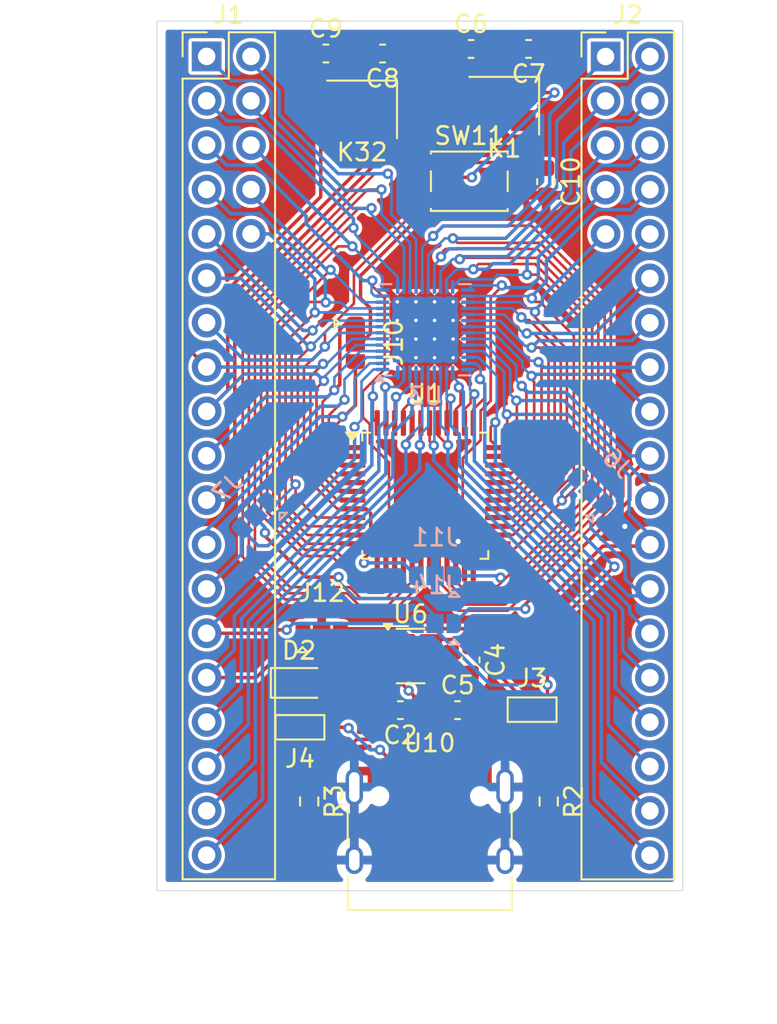
<source format=kicad_pcb>
(kicad_pcb (version 20241229) (generator "pcbnew") (generator_version "9.0")
  (layers (0 "F.Cu" signal) (2 "B.Cu" signal) (13 "F.Paste" user) (15 "B.Paste" user) (5 "F.SilkS" user "F.Silkscreen") (7 "B.SilkS" user "B.Silkscreen") (1 "F.Mask" user) (3 "B.Mask" user) (25 "Edge.Cuts" user))
  (net 0 "")
  (net 1 "5V")
  (net 2 "GND")
  (net 3 "+3.3V")
  (net 4 "Net-(J10-C)")
  (net 5 "Net-(D2-A)")
  (net 6 "VCC")
  (net 7 "Net-(U10-CC2)")
  (net 8 "Net-(U10-CC1)")
  (net 9 "P_34")
  (net 10 "P_21")
  (net 11 "P_7")
  (net 12 "P_44")
  (net 13 "P_33")
  (net 14 "P_36")
  (net 15 "P_22")
  (net 16 "P_19")
  (net 17 "P_6")
  (net 18 "P_40")
  (net 19 "P_23")
  (net 20 "P_37")
  (net 21 "P_24")
  (net 22 "P_46")
  (net 23 "P_27")
  (net 24 "P_48")
  (net 25 "P_11")
  (net 26 "P_28")
  (net 27 "P_42")
  (net 28 "P_10")
  (net 29 "P_30")
  (net 30 "P_29")
  (net 31 "P_12")
  (net 32 "P_39")
  (net 33 "P_47")
  (net 34 "P_15")
  (net 35 "P_26")
  (net 36 "P_31")
  (net 37 "P_35")
  (net 38 "P_25")
  (net 39 "P_18")
  (net 40 "P_4")
  (net 41 "P_38")
  (net 42 "P_20")
  (net 43 "P_45")
  (net 44 "P_17")
  (net 45 "P_32")
  (net 46 "P_41")
  (net 47 "P_3")
  (net 48 "P_2")
  (net 49 "P_13")
  (net 50 "P_5")
  (net 51 "P_14")
  (net 52 "P_8")
  (net 53 "P_16")
  (net 54 "P_43")
  (net 55 "P_1")
  (net 56 "P_9")
  (net 59 "D-")
  (net 60 "D+")
  (footprint "IOT-Mess-Footprints:Jumper-3_P1.3mm_Open_RoundedPad1.0x1.5mm" (layer "F.Cu") (at 199.875 91.725 -90)
    (property "Reference" "J10")
    (property "Value" "Jumper")
  )
  (footprint "IOT-Mess-Footprints:Jumpper-triangle" (layer "F.Cu") (at 210 112.72)
    (property "Reference" "J3")
    (property "Value" "Jumper_2")
  )
  (footprint "Crystal:Crystal_SMD_3225-4Pin_3.2x2.5mm" (layer "F.Cu") (at 208.4 78.150001 180)
    (property "Reference" "K1")
    (property "Value" "Crystal")
  )
  (footprint "Capacitor_SMD:C_0603_1608Metric" (layer "F.Cu") (at 205.725 112.75)
    (property "Reference" "C5")
    (property "Value" "1u")
  )
  (footprint "Package_QFP:LQFP-48-1EP_7x7mm_P0.5mm_EP3.6x3.6mm" (layer "F.Cu") (at 203.875 100.475)
    (property "Reference" "U1")
    (property "Value" "~")
  )
  (footprint "Crystal:Crystal_SMD_3225-4Pin_3.2x2.5mm" (layer "F.Cu") (at 200.25741 78.36259 180)
    (property "Reference" "K32")
    (property "Value" "Crystal")
  )
  (footprint "IOT-Mess-Footprints:Jumpper-triangle" (layer "F.Cu") (at 196.694999 113.73 180)
    (property "Reference" "J4")
    (property "Value" "Jumper_2")
  )
  (footprint "Resistor_SMD:R_0603_1608Metric" (layer "F.Cu") (at 197.225 117.975 -90)
    (property "Reference" "R3")
    (property "Value" "5.1K")
  )
  (footprint "Capacitor_SMD:C_0603_1608Metric" (layer "F.Cu") (at 206.475 109.875 -90)
    (property "Reference" "C4")
    (property "Value" "1u")
  )
  (footprint "Capacitor_SMD:C_0603_1608Metric" (layer "F.Cu") (at 210.8 82.5 -90)
    (property "Reference" "C10")
    (property "Value" ".1u")
  )
  (footprint "Capacitor_SMD:C_0603_1608Metric" (layer "F.Cu") (at 201.43241 75.16259 180)
    (property "Reference" "C8")
    (property "Value" "15-30pF")
  )
  (footprint "Connector_PinHeader_2.54mm:PinHeader_2x19_P2.54mm_Vertical" (layer "F.Cu") (at 191.35 75.3275)
    (property "Reference" "J1")
    (property "Value" "Conn_02x19_Odd_Even")
  )
  (footprint "Connector_USB:USB_C_Receptacle_HRO_TYPE-C-31-M-12" (layer "F.Cu") (at 204.13 120.28)
    (property "Reference" "U10")
    (property "Value" "USB_C_Receptacle_USB2.0_16P")
  )
  (footprint "Resistor_SMD:R_0603_1608Metric" (layer "F.Cu") (at 210.95 117.975 -90)
    (property "Reference" "R2")
    (property "Value" "5.1K")
  )
  (footprint "Button_Switch_SMD:SW_SPST_PTS810" (layer "F.Cu") (at 206.4 82.475002)
    (property "Reference" "SW11")
    (property "Value" "SW_Push")
  )
  (footprint "Capacitor_SMD:C_0603_1608Metric" (layer "F.Cu") (at 206.5 74.900001)
    (property "Reference" "C6")
    (property "Value" "12-25pF")
  )
  (footprint "Capacitor_SMD:C_0603_1608Metric" (layer "F.Cu") (at 209.800001 74.900001 180)
    (property "Reference" "C7")
    (property "Value" "12-25pF")
  )
  (footprint "Package_TO_SOT_SMD:SOT-23-5" (layer "F.Cu") (at 203.0375 109.65)
    (property "Reference" "U6")
    (property "Value" "ME6211C33M5")
  )
  (footprint "Connector_PinHeader_2.54mm:PinHeader_2x19_P2.54mm_Vertical" (layer "F.Cu") (at 214.21 75.335)
    (property "Reference" "J2")
    (property "Value" "Conn_02x19_Odd_Even")
  )
  (footprint "Capacitor_SMD:C_0603_1608Metric" (layer "F.Cu") (at 202.45 112.75 180)
    (property "Reference" "C2")
    (property "Value" "10u")
  )
  (footprint "Capacitor_SMD:C_0603_1608Metric" (layer "F.Cu") (at 198.18241 75.16259)
    (property "Reference" "C9")
    (property "Value" "15-30pF")
  )
  (footprint "IOT-Mess-Footprints:Jumper-3_P1.3mm_Open_RoundedPad1.0x1.5mm" (layer "F.Cu") (at 197.94 108.2325)
    (property "Reference" "J12")
    (property "Value" "Jumper")
  )
  (footprint "Diode_SMD:D_SOD-323" (layer "F.Cu") (at 196.64 111.19)
    (property "Reference" "D2")
    (property "Value" "1N5819WS")
  )
  (footprint "IOT-Mess-Footprints:Jumper-3_P1.3mm_Open_RoundedPad1.0x1.5mm" (layer "B.Cu") (at 213.352183 100.182183 135)
    (property "Reference" "J6")
    (property "Value" "Jumper")
  )
  (footprint "IOT-Mess-Footprints:Jumper-3_P1.3mm_Open_RoundedPad1.0x1.5mm" (layer "B.Cu") (at 194.111789 101.59 -135)
    (property "Reference" "J7")
    (property "Value" "Jumper")
  )
  (footprint "IOT-Mess-Footprints:Jumper-3_P1.3mm_Open_RoundedPad1.0x1.5mm" (layer "B.Cu") (at 204.44 107.7925 180)
    (property "Reference" "J14")
    (property "Value" "Jumper")
  )
  (footprint "IOT-Mess-Footprints:Jumper-3_P1.3mm_Open_RoundedPad1.0x1.5mm" (layer "B.Cu") (at 204.440001 105.06 180)
    (property "Reference" "J11")
    (property "Value" "Jumper")
  )
  (footprint "Package_DFN_QFN:QFN-48-1EP_5x5mm_P0.35mm_EP3.7x3.7mm_ThermalVias" (layer "B.Cu") (at 203.875 90.975)
    (property "Reference" "U3")
    (property "Value" "CH32L103C8T6")
  )
  (gr_rect (start 188.5 73.3075) (end 218.63 123.0825) (stroke (width 0.05)) (fill no) (layer "Edge.Cuts"))
  (segment (start 203.225 112.75) (end 204.95 112.75) (width 0.2) (layer "F.Cu") (net 1))
  (segment (start 195.59 111.19) (end 195.59 113.35) (width 0.2) (layer "F.Cu") (net 1))
  (segment (start 201.545532 108.7) (end 200.825 109.420532) (width 0.2) (layer "F.Cu") (net 1))
  (segment (start 200.81 109.96) (end 201.205 110.355) (width 0.2) (layer "F.Cu") (net 1))
  (segment (start 195.59 113.35) (end 195.97 113.73) (width 0.2) (layer "F.Cu") (net 1))
  (segment (start 202.925 111.625) (end 203.225 111.925) (width 0.2) (layer "F.Cu") (net 1))
  (segment (start 200.825 109.420532) (end 200.825 109.975) (width 0.2) (layer "F.Cu") (net 1))
  (segment (start 201.9 110.6) (end 202.925 111.625) (width 0.2) (layer "F.Cu") (net 1))
  (segment (start 201.205 110.355) (end 201.45 110.6) (width 0.2) (layer "F.Cu") (net 1))
  (segment (start 200.825 109.975) (end 201.205 110.355) (width 0.2) (layer "F.Cu") (net 1))
  (segment (start 195.59 111.19) (end 195.8 111.19) (width 0.2) (layer "F.Cu") (net 1))
  (segment (start 201.45 110.6) (end 201.9 110.6) (width 0.2) (layer "F.Cu") (net 1))
  (segment (start 203.225 111.925) (end 203.225 112.75) (width 0.2) (layer "F.Cu") (net 1))
  (segment (start 195.8 111.19) (end 197.03 109.96) (width 0.2) (layer "F.Cu") (net 1))
  (segment (start 197.03 109.96) (end 200.81 109.96) (width 0.2) (layer "F.Cu") (net 1))
  (via (at 202.925 111.625) (size 0.6) (drill 0.3) (layers "F.Cu" "B.Cu") (net 1))
  (segment (start 203.000001 111.700001) (end 202.925 111.625) (width 0.2) (layer "B.Cu") (net 1))
  (via (at 215.31 102.23) (size 0.6) (drill 0.3) (layers "F.Cu" "B.Cu") (net 2))
  (via (at 205.76 103.09) (size 0.6) (drill 0.3) (layers "F.Cu" "B.Cu") (net 2))
  (segment (start 206.075 108.7) (end 206.475 109.1) (width 0.2) (layer "F.Cu") (net 3))
  (segment (start 209.275001 111.900001) (end 209.275001 112.72) (width 0.2) (layer "F.Cu") (net 3))
  (segment (start 206.475 109.1) (end 209.275001 111.900001) (width 0.2) (layer "F.Cu") (net 3))
  (segment (start 204.175 108.7) (end 206.075 108.7) (width 0.2) (layer "F.Cu") (net 3))
  (segment (start 199.875 91.725) (end 200.207753 91.725) (width 0.2) (layer "F.Cu") (net 4))
  (segment (start 200.207753 91.725) (end 200.731 91.201753) (width 0.2) (layer "F.Cu") (net 4))
  (segment (start 200.17 87.875057) (end 203.499 84.546057) (width 0.2) (layer "F.Cu") (net 4))
  (segment (start 200.731 91.201753) (end 200.731 89.741) (width 0.2) (layer "F.Cu") (net 4))
  (segment (start 210.575 74.900001) (end 210.575001 76.225001) (width 0.2) (layer "F.Cu") (net 4))
  (segment (start 203.499 84.546057) (end 203.499 82.924002) (width 0.2) (layer "F.Cu") (net 4))
  (segment (start 204.173002 82.25) (end 206.55 82.25) (width 0.2) (layer "F.Cu") (net 4))
  (segment (start 211.28 77.4) (end 209.599999 77.4) (width 0.2) (layer "F.Cu") (net 4))
  (segment (start 210.575001 76.225001) (end 209.5 77.300001) (width 0.2) (layer "F.Cu") (net 4))
  (segment (start 200.17 89.18) (end 200.17 87.875057) (width 0.2) (layer "F.Cu") (net 4))
  (segment (start 209.599999 77.4) (end 209.5 77.300001) (width 0.2) (layer "F.Cu") (net 4))
  (segment (start 203.499 82.924002) (end 204.173002 82.25) (width 0.2) (layer "F.Cu") (net 4))
  (segment (start 200.731 89.741) (end 200.17 89.18) (width 0.2) (layer "F.Cu") (net 4))
  (via (at 206.55 82.25) (size 0.6) (drill 0.3) (layers "F.Cu" "B.Cu") (net 4))
  (via (at 211.28 77.4) (size 0.6) (drill 0.3) (layers "F.Cu" "B.Cu") (net 4))
  (segment (start 206.55 82.25) (end 206.55 82.13) (width 0.2) (layer "B.Cu") (net 4))
  (segment (start 206.55 82.13) (end 211.28 77.4) (width 0.2) (layer "B.Cu") (net 4))
  (segment (start 197.419998 113.73) (end 199.43 113.73) (width 0.2) (layer "F.Cu") (net 5))
  (segment (start 197.69 113.459998) (end 197.419998 113.73) (width 0.2) (layer "F.Cu") (net 5))
  (segment (start 201.68 116.855) (end 202.875 118.05) (width 0.2) (layer "F.Cu") (net 5))
  (segment (start 202.875 118.05) (end 205.5 118.05) (width 0.2) (layer "F.Cu") (net 5))
  (segment (start 199.43 113.73) (end 199.48 113.78) (width 0.2) (layer "F.Cu") (net 5))
  (segment (start 205.5 118.05) (end 206.58 116.97) (width 0.2) (layer "F.Cu") (net 5))
  (segment (start 201.68 115.42) (end 201.28 115.02) (width 0.2) (layer "F.Cu") (net 5))
  (segment (start 206.6 116.215) (end 206.58 116.235) (width 0.2) (layer "F.Cu") (net 5))
  (segment (start 201.68 116.235) (end 201.68 116.855) (width 0.2) (layer "F.Cu") (net 5))
  (segment (start 201.68 116.235) (end 201.68 115.42) (width 0.2) (layer "F.Cu") (net 5))
  (segment (start 197.69 111.19) (end 197.69 113.459998) (width 0.2) (layer "F.Cu") (net 5))
  (segment (start 206.58 116.97) (end 206.58 116.235) (width 0.2) (layer "F.Cu") (net 5))
  (via (at 201.28 115.02) (size 0.6) (drill 0.3) (layers "F.Cu" "B.Cu") (net 5))
  (via (at 199.48 113.78) (size 0.6) (drill 0.3) (layers "F.Cu" "B.Cu") (net 5))
  (segment (start 201.28 115.02) (end 200.72 115.02) (width 0.2) (layer "B.Cu") (net 5))
  (segment (start 200.72 115.02) (end 199.48 113.78) (width 0.2) (layer "B.Cu") (net 5))
  (segment (start 197.043001 105.133001) (end 194.691999 102.781999) (width 0.2) (layer "F.Cu") (net 6))
  (segment (start 198.909827 105.133001) (end 197.043001 105.133001) (width 0.2) (layer "F.Cu") (net 6))
  (segment (start 198.909828 105.133) (end 198.909827 105.133001) (width 0.2) (layer "F.Cu") (net 6))
  (segment (start 210.88 112.564999) (end 210.724999 112.72) (width 0.2) (layer "F.Cu") (net 6))
  (segment (start 210.88 108.34) (end 210.88 111.3) (width 0.2) (layer "F.Cu") (net 6))
  (segment (start 214.686365 104.533635) (end 210.88 108.34) (width 0.2) (layer "F.Cu") (net 6))
  (segment (start 194.691999 102.781999) (end 194.691999 102.596008) (width 0.2) (layer "F.Cu") (net 6))
  (segment (start 214.716365 104.533635) (end 214.686365 104.533635) (width 0.2) (layer "F.Cu") (net 6))
  (segment (start 210.88 111.3) (end 210.88 112.564999) (width 0.2) (layer "F.Cu") (net 6))
  (via (at 194.691999 102.596008) (size 0.6) (drill 0.3) (layers "F.Cu" "B.Cu") (net 6))
  (via (at 198.909828 105.133) (size 0.6) (drill 0.3) (layers "F.Cu" "B.Cu") (net 6))
  (via (at 214.716365 104.533635) (size 0.6) (drill 0.3) (layers "F.Cu" "B.Cu") (net 6))
  (via (at 210.88 111.3) (size 0.6) (drill 0.3) (layers "F.Cu" "B.Cu") (net 6))
  (segment (start 204.44 107.7925) (end 204.44 108.125253) (width 0.2) (layer "B.Cu") (net 6))
  (segment (start 204.44 107.37) (end 204.44 107.7925) (width 0.2) (layer "B.Cu") (net 6))
  (segment (start 212.78 102.59727) (end 212.78 100.754366) (width 0.2) (layer "B.Cu") (net 6))
  (segment (start 212.78 100.754366) (end 213.352183 100.182183) (width 0.2) (layer "B.Cu") (net 6))
  (segment (start 199.875991 106.36) (end 203.43 106.36) (width 0.2) (layer "B.Cu") (net 6))
  (segment (start 203.43 106.36) (end 204.44 107.37) (width 0.2) (layer "B.Cu") (net 6))
  (segment (start 204.44 108.125253) (end 207.614747 111.3) (width 0.2) (layer "B.Cu") (net 6))
  (segment (start 214.716365 104.533635) (end 212.78 102.59727) (width 0.2) (layer "B.Cu") (net 6))
  (segment (start 194.691999 102.287633) (end 194.332183 101.927817) (width 0.2) (layer "B.Cu") (net 6))
  (segment (start 194.691999 102.596008) (end 194.691999 102.287633) (width 0.2) (layer "B.Cu") (net 6))
  (segment (start 207.614747 111.3) (end 210.88 111.3) (width 0.2) (layer "B.Cu") (net 6))
  (segment (start 198.909828 105.393837) (end 199.875991 106.36) (width 0.2) (layer "B.Cu") (net 6))
  (segment (start 198.909828 105.133) (end 198.909828 105.393837) (width 0.2) (layer "B.Cu") (net 6))
  (segment (start 205.88 114.94) (end 206.45 114.37) (width 0.2) (layer "F.Cu") (net 7))
  (segment (start 208.75 114.37) (end 210.95 116.57) (width 0.2) (layer "F.Cu") (net 7))
  (segment (start 205.88 116.235) (end 205.88 114.94) (width 0.2) (layer "F.Cu") (net 7))
  (segment (start 206.45 114.37) (end 208.75 114.37) (width 0.2) (layer "F.Cu") (net 7))
  (segment (start 210.95 116.57) (end 210.95 117.15) (width 0.2) (layer "F.Cu") (net 7))
  (segment (start 197.225 117.15) (end 199.955 114.42) (width 0.2) (layer "F.Cu") (net 8))
  (segment (start 202.831 114.42) (end 202.831 115.85) (width 0.2) (layer "F.Cu") (net 8))
  (segment (start 199.955 114.42) (end 202.831 114.42) (width 0.2) (layer "F.Cu") (net 8))
  (segment (start 209.125 96.825) (end 209.402 97.102) (width 0.15) (layer "F.Cu") (net 9))
  (segment (start 209.125 95.262489) (end 209.125 96.825) (width 0.15) (layer "F.Cu") (net 9))
  (segment (start 209.402 97.102) (end 209.402 98.096468) (width 0.15) (layer "F.Cu") (net 9))
  (segment (start 209.402 98.096468) (end 208.773468 98.725) (width 0.15) (layer "F.Cu") (net 9))
  (segment (start 208.773468 98.725) (end 208.0375 98.725) (width 0.15) (layer "F.Cu") (net 9))
  (via (at 209.099 95.028013) (size 0.6) (drill 0.3) (layers "F.Cu" "B.Cu") (net 9))
  (segment (start 211.828013 95.028013) (end 209.099 95.028013) (width 0.2) (layer "B.Cu") (net 9))
  (segment (start 216.75 100.735) (end 216.75 99.95) (width 0.2) (layer "B.Cu") (net 9))
  (segment (start 216.75 99.95) (end 211.828013 95.028013) (width 0.2) (layer "B.Cu") (net 9))
  (segment (start 207.35 91.85) (end 206.325 91.85) (width 0.15) (layer "B.Cu") (net 9))
  (segment (start 208.75 94.679013) (end 209.099 95.028013) (width 0.15) (layer "B.Cu") (net 9))
  (segment (start 208.75 93.25) (end 208.75 94.679013) (width 0.15) (layer "B.Cu") (net 9))
  (segment (start 208.75 93.25) (end 207.35 91.85) (width 0.15) (layer "B.Cu") (net 9))
  (segment (start 213.781 100.206636) (end 213.781 100.886224) (width 0.15) (layer "F.Cu") (net 10))
  (segment (start 213.783002 99.838183) (end 213.783002 100.204634) (width 0.15) (layer "F.Cu") (net 10))
  (segment (start 204.778413 86.788413) (end 204.778413 86.601587) (width 0.15) (layer "F.Cu") (net 10))
  (segment (start 208.577808 106.090831) (end 208.576393 106.090831) (width 0.15) (layer "F.Cu") (net 10))
  (segment (start 213.783002 100.204634) (end 213.781 100.206636) (width 0.15) (layer "F.Cu") (net 10))
  (segment (start 208.576393 106.090831) (end 208.314225 106.353) (width 0.15) (layer "F.Cu") (net 10))
  (segment (start 209.120831 105.546393) (end 209.120831 105.547808) (width 0.15) (layer "F.Cu") (net 10))
  (segment (start 204.778413 86.601587) (end 205.03 86.35) (width 0.15) (layer "F.Cu") (net 10))
  (segment (start 210.300073 86.35) (end 213.794 89.843927) (width 0.15) (layer "F.Cu") (net 10))
  (segment (start 206.104532 106.353) (end 205.125 105.373468) (width 0.15) (layer "F.Cu") (net 10))
  (segment (start 213.794 99.827184) (end 213.783002 99.838183) (width 0.15) (layer "F.Cu") (net 10))
  (segment (start 209.120831 105.547808) (end 208.577808 106.090831) (width 0.15) (layer "F.Cu") (net 10))
  (segment (start 205.125 105.373468) (end 205.125 104.6375) (width 0.15) (layer "F.Cu") (net 10))
  (segment (start 213.781 100.886224) (end 209.120831 105.546393) (width 0.15) (layer "F.Cu") (net 10))
  (segment (start 213.794 89.843927) (end 213.794 99.827184) (width 0.15) (layer "F.Cu") (net 10))
  (segment (start 205.03 86.35) (end 210.300073 86.35) (width 0.15) (layer "F.Cu") (net 10))
  (segment (start 208.314225 106.353) (end 206.104532 106.353) (width 0.15) (layer "F.Cu") (net 10))
  (via (at 204.778413 86.788413) (size 0.6) (drill 0.3) (layers "F.Cu" "B.Cu") (net 10))
  (segment (start 205.710178 86.344174) (end 205.222652 86.344174) (width 0.2) (layer "B.Cu") (net 10))
  (segment (start 208.4603 86.3355) (end 205.718852 86.3355) (width 0.2) (layer "B.Cu") (net 10))
  (segment (start 204.778413 86.891587) (end 204.4 87.27) (width 0.15) (layer "B.Cu") (net 10))
  (segment (start 204.778413 86.788413) (end 204.778413 86.891587) (width 0.15) (layer "B.Cu") (net 10))
  (segment (start 204.4 87.27) (end 204.4 88.524999) (width 0.15) (layer "B.Cu") (net 10))
  (segment (start 211.808 82.9878) (end 208.4603 86.3355) (width 0.2) (layer "B.Cu") (net 10))
  (segment (start 205.718852 86.3355) (end 205.710178 86.344174) (width 0.2) (layer "B.Cu") (net 10))
  (segment (start 205.222652 86.344174) (end 204.778413 86.788413) (width 0.2) (layer "B.Cu") (net 10))
  (segment (start 211.808 80.277) (end 211.808 82.9878) (width 0.2) (layer "B.Cu") (net 10))
  (segment (start 214.21 77.875) (end 211.808 80.277) (width 0.2) (layer "B.Cu") (net 10))
  (segment (start 198.125 91.9375) (end 198.125 91.135) (width 0.15) (layer "F.Cu") (net 11))
  (segment (start 196.925 98.821468) (end 198.828532 100.725) (width 0.15) (layer "F.Cu") (net 11))
  (segment (start 198.125 91.135) (end 199.79 89.47) (width 0.15) (layer "F.Cu") (net 11))
  (segment (start 199.79 87.71) (end 203.123 84.377) (width 0.15) (layer "F.Cu") (net 11))
  (segment (start 203.123 82.602002) (end 204.325 81.400002) (width 0.15) (layer "F.Cu") (net 11))
  (segment (start 203.123 84.377) (end 203.123 82.602002) (width 0.15) (layer "F.Cu") (net 11))
  (segment (start 208.799998 81.725) (end 208.475 81.400002) (width 0.2) (layer "F.Cu") (net 11))
  (segment (start 198.125 91.9375) (end 196.925 93.1375) (width 0.15) (layer "F.Cu") (net 11))
  (segment (start 198.828532 100.725) (end 199.7125 100.725) (width 0.15) (layer "F.Cu") (net 11))
  (segment (start 210.8 81.725) (end 208.799998 81.725) (width 0.2) (layer "F.Cu") (net 11))
  (segment (start 196.925 93.1375) (end 196.925 98.821468) (width 0.15) (layer "F.Cu") (net 11))
  (segment (start 199.79 89.47) (end 199.79 87.71) (width 0.15) (layer "F.Cu") (net 11))
  (segment (start 208.475 81.4) (end 204.324999 81.4) (width 0.2) (layer "F.Cu") (net 11))
  (via (at 198.125 91.9375) (size 0.6) (drill 0.3) (layers "F.Cu" "B.Cu") (net 11))
  (segment (start 198.125 91.974269) (end 198.125 91.9375) (width 0.2) (layer "B.Cu") (net 11))
  (segment (start 198.9125 91.15) (end 201.425 91.15) (width 0.15) (layer "B.Cu") (net 11))
  (segment (start 191.35 90.5675) (end 193.489 92.7065) (width 0.2) (layer "B.Cu") (net 11))
  (segment (start 198.125 91.9375) (end 198.9125 91.15) (width 0.15) (layer "B.Cu") (net 11))
  (segment (start 193.489 92.7065) (end 197.392769 92.7065) (width 0.2) (layer "B.Cu") (net 11))
  (segment (start 197.392769 92.7065) (end 198.125 91.974269) (width 0.2) (layer "B.Cu") (net 11))
  (segment (start 202.850497 97.324502) (end 203.125 97.049999) (width 0.15) (layer "F.Cu") (net 12))
  (segment (start 202.766149 97.468676) (end 202.850497 97.384328) (width 0.15) (layer "F.Cu") (net 12))
  (segment (start 202.850497 97.384328) (end 202.850497 97.324502) (width 0.15) (layer "F.Cu") (net 12))
  (segment (start 202.766149 97.546534) (end 202.766149 97.468676) (width 0.15) (layer "F.Cu") (net 12))
  (segment (start 203.125 97.049999) (end 203.125 96.3125) (width 0.15) (layer "F.Cu") (net 12))
  (via (at 202.766149 97.546534) (size 0.6) (drill 0.3) (layers "F.Cu" "B.Cu") (net 12))
  (segment (start 202.766149 97.468676) (end 202.850497 97.384328) (width 0.15) (layer "B.Cu") (net 12))
  (segment (start 194.149 107.931) (end 194.149 107.8239) (width 0.2) (layer "B.Cu") (net 12))
  (segment (start 203.7 96.35) (end 203.7 93.425) (width 0.15) (layer "B.Cu") (net 12))
  (segment (start 202.850497 97.199503) (end 203.7 96.35) (width 0.15) (layer "B.Cu") (net 12))
  (segment (start 194.149 107.8239) (end 202.766149 99.206751) (width 0.2) (layer "B.Cu") (net 12))
  (segment (start 194.14025 115.71725) (end 194.14025 107.93975) (width 0.2) (layer "B.Cu") (net 12))
  (segment (start 194.14025 107.93975) (end 194.149 107.931) (width 0.2) (layer "B.Cu") (net 12))
  (segment (start 202.850497 97.384328) (end 202.850497 97.199503) (width 0.15) (layer "B.Cu") (net 12))
  (segment (start 202.766149 97.546534) (end 202.766149 97.468676) (width 0.15) (layer "B.Cu") (net 12))
  (segment (start 202.766149 99.206751) (end 202.766149 97.546534) (width 0.2) (layer "B.Cu") (net 12))
  (segment (start 191.35 118.5075) (end 194.14025 115.71725) (width 0.2) (layer "B.Cu") (net 12))
  (segment (start 215.599 100.701) (end 215.599 99.346) (width 0.2) (layer "F.Cu") (net 13))
  (segment (start 209.753 98.241856) (end 209.62 98.374857) (width 0.15) (layer "F.Cu") (net 13))
  (segment (start 209.675 94.789425) (end 209.675 95.266601) (width 0.15) (layer "F.Cu") (net 13))
  (segment (start 209.61 106.95) (end 209.61 106.69) (width 0.2) (layer "F.Cu") (net 13))
  (segment (start 209.62 98.379999) (end 208.774999 99.225) (width 0.15) (layer "F.Cu") (net 13))
  (segment (start 209.674 94.788425) (end 209.675 94.789425) (width 0.15) (layer "F.Cu") (net 13))
  (segment (start 209.40811 94.292215) (end 209.674 94.558105) (width 0.15) (layer "F.Cu") (net 13))
  (segment (start 208.774999 99.225) (end 208.0375 99.225) (width 0.15) (layer "F.Cu") (net 13))
  (segment (start 209.61 106.69) (end 215.599 100.701) (width 0.2) (layer "F.Cu") (net 13))
  (segment (start 209.674 94.558105) (end 209.674 94.788425) (width 0.15) (layer "F.Cu") (net 13))
  (segment (start 215.599 99.346) (end 216.75 98.195) (width 0.2) (layer "F.Cu") (net 13))
  (segment (start 209.674 95.267601) (end 209.674 96.861501) (width 0.15) (layer "F.Cu") (net 13))
  (segment (start 209.40811 94.193279) (end 209.40811 94.292215) (width 0.15) (layer "F.Cu") (net 13))
  (segment (start 209.62 98.374857) (end 209.62 98.379999) (width 0.15) (layer "F.Cu") (net 13))
  (segment (start 209.674 96.861501) (end 209.665945 96.869556) (width 0.15) (layer "F.Cu") (net 13))
  (segment (start 209.675 95.266601) (end 209.674 95.267601) (width 0.15) (layer "F.Cu") (net 13))
  (segment (start 209.753 96.956612) (end 209.753 98.241856) (width 0.15) (layer "F.Cu") (net 13))
  (segment (start 209.665945 96.869556) (end 209.753 96.956612) (width 0.15) (layer "F.Cu") (net 13))
  (via (at 209.40811 94.193279) (size 0.6) (drill 0.3) (layers "F.Cu" "B.Cu") (net 13))
  (via (at 209.61 106.95) (size 0.6) (drill 0.3) (layers "F.Cu" "B.Cu") (net 13))
  (segment (start 215.595 98.195) (end 211.96 94.56) (width 0.2) (layer "B.Cu") (net 13))
  (segment (start 206.325001 91.5) (end 207.575 91.5) (width 0.15) (layer "B.Cu") (net 13))
  (segment (start 209.774831 94.56) (end 209.40811 94.193279) (width 0.2) (layer "B.Cu") (net 13))
  (segment (start 209.1 93.025) (end 209.1 93.885169) (width 0.15) (layer "B.Cu") (net 13))
  (segment (start 205.539999 107.7925) (end 206.382499 106.95) (width 0.2) (layer "B.Cu") (net 13))
  (segment (start 206.382499 106.95) (end 209.61 106.95) (width 0.2) (layer "B.Cu") (net 13))
  (segment (start 216.75 98.195) (end 215.595 98.195) (width 0.2) (layer "B.Cu") (net 13))
  (segment (start 211.96 94.56) (end 209.774831 94.56) (width 0.2) (layer "B.Cu") (net 13))
  (segment (start 207.575 91.5) (end 209.1 93.025) (width 0.15) (layer "B.Cu") (net 13))
  (segment (start 209.1 93.885169) (end 209.40811 94.193279) (width 0.15) (layer "B.Cu") (net 13))
  (segment (start 207.626 97.3135) (end 208.0375 97.725) (width 0.15) (layer "F.Cu") (net 14))
  (segment (start 207.892635 96.274466) (end 207.626 96.541101) (width 0.15) (layer "F.Cu") (net 14))
  (segment (start 207.626 96.541101) (end 207.626 97.3135) (width 0.15) (layer "F.Cu") (net 14))
  (via (at 207.892635 96.274466) (size 0.6) (drill 0.3) (layers "F.Cu" "B.Cu") (net 14))
  (segment (start 216.3571 106.2079) (end 216.75 105.815) (width 0.2) (layer "B.Cu") (net 14))
  (segment (start 214.13 100.96) (end 213.37 101.72) (width 0.2) (layer "B.Cu") (net 14))
  (segment (start 207.892635 97.41) (end 207.892635 98.558435) (width 0.2) (layer "B.Cu") (net 14))
  (segment (start 207.892635 98.558435) (end 215.5421 106.2079) (width 0.2) (layer "B.Cu") (net 14))
  (segment (start 207.892635 96.274466) (end 207.975 96.192101) (width 0.15) (layer "B.Cu") (net 14))
  (segment (start 213.37 101.72) (end 213.37 102.337327) (width 0.2) (layer "B.Cu") (net 14))
  (segment (start 215.33 104.37) (end 215.33 105.2208) (width 0.2) (layer "B.Cu") (net 14))
  (segment (start 206.913098 92.55) (end 206.325 92.55) (width 0.15) (layer "B.Cu") (net 14))
  (segment (start 215.9242 105.815) (end 216.75 105.815) (width 0.2) (layer "B.Cu") (net 14))
  (segment (start 207.975 93.611902) (end 206.913098 92.55) (width 0.15) (layer "B.Cu") (net 14))
  (segment (start 207.892635 97.41) (end 207.892635 96.274466) (width 0.2) (layer "B.Cu") (net 14))
  (segment (start 215.33 105.2208) (end 215.9242 105.815) (width 0.2) (layer "B.Cu") (net 14))
  (segment (start 213.37 102.337327) (end 215.33 104.297327) (width 0.2) (layer "B.Cu") (net 14))
  (segment (start 207.975 96.192101) (end 207.975 93.611902) (width 0.15) (layer "B.Cu") (net 14))
  (segment (start 215.5421 106.2079) (end 216.3571 106.2079) (width 0.2) (layer "B.Cu") (net 14))
  (segment (start 213.43 100.740836) (end 213.43 100.061248) (width 0.15) (layer "F.Cu") (net 15))
  (segment (start 213.443 99.681796) (end 213.443001 90.883548) (width 0.15) (layer "F.Cu") (net 15))
  (segment (start 213.432 99.768472) (end 213.432 99.692796) (width 0.15) (layer "F.Cu") (net 15))
  (segment (start 213.443 90.883547) (end 213.443 89.989316) (width 0.15) (layer "F.Cu") (net 15))
  (segment (start 205.625 104.6375) (end 205.625 105.374999) (width 0.15) (layer "F.Cu") (net 15))
  (segment (start 208.769831 105.401005) (end 213.43 100.740836) (width 0.15) (layer "F.Cu") (net 15))
  (segment (start 205.928245 86.859) (end 205.850745 86.9365) (width 0.15) (layer "F.Cu") (net 15))
  (segment (start 213.432002 99.768474) (end 213.432 99.768472) (width 0.15) (layer "F.Cu") (net 15))
  (segment (start 213.443001 90.883548) (end 213.443 90.883547) (width 0.15) (layer "F.Cu") (net 15))
  (segment (start 208.431005 105.739831) (end 208.432419 105.739831) (width 0.15) (layer "F.Cu") (net 15))
  (segment (start 206.252001 106.002) (end 208.168836 106.002) (width 0.15) (layer "F.Cu") (net 15))
  (segment (start 208.168836 106.002) (end 208.431005 105.739831) (width 0.15) (layer "F.Cu") (net 15))
  (segment (start 205.625 105.374999) (end 206.252001 106.002) (width 0.15) (layer "F.Cu") (net 15))
  (segment (start 208.432419 105.739831) (end 208.769831 105.402419) (width 0.15) (layer "F.Cu") (net 15))
  (segment (start 213.43 100.061248) (end 213.432 100.059246) (width 0.15) (layer "F.Cu") (net 15))
  (segment (start 213.432 99.692796) (end 213.443 99.681796) (width 0.15) (layer "F.Cu") (net 15))
  (segment (start 210.312684 86.859) (end 205.928245 86.859) (width 0.15) (layer "F.Cu") (net 15))
  (segment (start 208.769831 105.402419) (end 208.769831 105.401005) (width 0.15) (layer "F.Cu") (net 15))
  (segment (start 213.432 100.059246) (end 213.432002 99.768474) (width 0.15) (layer "F.Cu") (net 15))
  (segment (start 213.443 89.989316) (end 210.312684 86.859) (width 0.15) (layer "F.Cu") (net 15))
  (via (at 205.850745 86.9365) (size 0.6) (drill 0.3) (layers "F.Cu" "B.Cu") (net 15))
  (segment (start 205.850745 86.9365) (end 205.4435 86.9365) (width 0.15) (layer "B.Cu") (net 15))
  (segment (start 216.75 77.875) (end 215.599 79.026) (width 0.2) (layer "B.Cu") (net 15))
  (segment (start 205.998245 86.789) (end 205.850745 86.9365) (width 0.2) (layer "B.Cu") (net 15))
  (segment (start 212.209 83.1539) (end 208.5739 86.789) (width 0.2) (layer "B.Cu") (net 15))
  (segment (start 212.209 80.78824) (end 212.209 83.1539) (width 0.2) (layer "B.Cu") (net 15))
  (segment (start 205.4435 86.9365) (end 204.75 87.63) (width 0.15) (layer "B.Cu") (net 15))
  (segment (start 213.736 79.264) (end 213.73324 79.264) (width 0.2) (layer "B.Cu") (net 15))
  (segment (start 213.73324 79.264) (end 212.209 80.78824) (width 0.2) (layer "B.Cu") (net 15))
  (segment (start 204.75 87.63) (end 204.75 88.525) (width 0.15) (layer "B.Cu") (net 15))
  (segment (start 208.5739 86.789) (end 205.998245 86.789) (width 0.2) (layer "B.Cu") (net 15))
  (segment (start 213.974 79.026) (end 213.736 79.264) (width 0.2) (layer "B.Cu") (net 15))
  (segment (start 215.599 79.026) (end 213.974 79.026) (width 0.2) (layer "B.Cu") (net 15))
  (segment (start 214.511 101.149) (end 208.605 107.055) (width 0.15) (layer "F.Cu") (net 16))
  (segment (start 214.511 89.568151) (end 214.511 101.149) (width 0.15) (layer "F.Cu") (net 16))
  (segment (start 204.328413 85.608413) (end 204.916826 85.02) (width 0.15) (layer "F.Cu") (net 16))
  (segment (start 208.605 107.055) (end 205.755 107.055) (width 0.15) (layer "F.Cu") (net 16))
  (segment (start 205.755 107.055) (end 204.125 105.425) (width 0.15) (layer "F.Cu") (net 16))
  (segment (start 209.962848 85.02) (end 214.511 89.568151) (width 0.15) (layer "F.Cu") (net 16))
  (segment (start 204.916826 85.02) (end 209.962848 85.02) (width 0.15) (layer "F.Cu") (net 16))
  (segment (start 204.125 105.425) (end 204.125 104.6375) (width 0.15) (layer "F.Cu") (net 16))
  (via (at 204.328413 85.608413) (size 0.6) (drill 0.3) (layers "F.Cu" "B.Cu") (net 16))
  (segment (start 214.21 75.439943) (end 211.006 78.643942) (width 0.2) (layer "B.Cu") (net 16))
  (segment (start 211.006 82.6556) (end 208.6258 85.0358) (width 0.2) (layer "B.Cu") (net 16))
  (segment (start 204.901026 85.0358) (end 204.328413 85.608413) (width 0.2) (layer "B.Cu") (net 16))
  (segment (start 203.7 86.236826) (end 203.7 88.525) (width 0.15) (layer "B.Cu") (net 16))
  (segment (start 204.328413 85.608413) (end 203.7 86.236826) (width 0.15) (layer "B.Cu") (net 16))
  (segment (start 211.006 78.643942) (end 211.006 82.6556) (width 0.2) (layer "B.Cu") (net 16))
  (segment (start 208.6258 85.0358) (end 204.901026 85.0358) (width 0.2) (layer "B.Cu") (net 16))
  (segment (start 214.21 75.335) (end 214.21 75.439943) (width 0.2) (layer "B.Cu") (net 16))
  (segment (start 190.199 90.09074) (end 191.11124 89.1785) (width 0.2) (layer "F.Cu") (net 17))
  (segment (start 198.018413 92.930913) (end 197.295 93.654326) (width 0.15) (layer "F.Cu") (net 17))
  (segment (start 198.839368 100.225) (end 199.7125 100.225) (width 0.15) (layer "F.Cu") (net 17))
  (segment (start 199.05741 77.51259) (end 199.15741 77.51259) (width 0.2) (layer "F.Cu") (net 17))
  (segment (start 191.11124 89.1785) (end 192.06476 89.1785) (width 0.2) (layer "F.Cu") (net 17))
  (segment (start 190.199 91.9565) (end 190.199 90.09074) (width 0.2) (layer "F.Cu") (net 17))
  (segment (start 191.35 93.1075) (end 190.199 91.9565) (width 0.2) (layer "F.Cu") (net 17))
  (segment (start 192.06476 89.1785) (end 197.88741 83.35585) (width 0.2) (layer "F.Cu") (net 17))
  (segment (start 197.407409 75.162591) (end 197.407409 75.76259) (width 0.2) (layer "F.Cu") (net 17))
  (segment (start 197.295 98.680632) (end 198.839368 100.225) (width 0.15) (layer "F.Cu") (net 17))
  (segment (start 197.88741 78.68259) (end 199.05741 77.51259) (width 0.2) (layer "F.Cu") (net 17))
  (segment (start 197.295 93.654326) (end 197.295 98.680632) (width 0.15) (layer "F.Cu") (net 17))
  (segment (start 197.407409 75.76259) (end 199.15741 77.512591) (width 0.2) (layer "F.Cu") (net 17))
  (segment (start 197.88741 83.35585) (end 197.88741 78.68259) (width 0.2) (layer "F.Cu") (net 17))
  (via (at 198.018413 92.930913) (size 0.6) (drill 0.3) (layers "F.Cu" "B.Cu") (net 17))
  (segment (start 199.6625 91.5) (end 201.424999 91.5) (width 0.15) (layer "B.Cu") (net 17))
  (segment (start 198.231587 92.930913) (end 199.6625 91.5) (width 0.15) (layer "B.Cu") (net 17))
  (segment (start 198.018413 92.930913) (end 198.231587 92.930913) (width 0.15) (layer "B.Cu") (net 17))
  (segment (start 191.35 93.1075) (end 197.841826 93.1075) (width 0.2) (layer "B.Cu") (net 17))
  (segment (start 197.841826 93.1075) (end 198.018413 92.930913) (width 0.2) (layer "B.Cu") (net 17))
  (segment (start 205.166837 94.911828) (end 205.125 94.953665) (width 0.15) (layer "F.Cu") (net 18))
  (segment (start 205.325 94.911828) (end 205.166837 94.911828) (width 0.15) (layer "F.Cu") (net 18))
  (segment (start 205.125 94.953665) (end 205.125 96.3125) (width 0.15) (layer "F.Cu") (net 18))
  (via (at 205.325 94.911828) (size 0.6) (drill 0.3) (layers "F.Cu" "B.Cu") (net 18))
  (segment (start 205.325 94.911828) (end 205.1 94.686828) (width 0.15) (layer "B.Cu") (net 18))
  (segment (start 205.825 96.95) (end 205.325 96.45) (width 0.2) (layer "B.Cu") (net 18))
  (segment (start 205.825 98.7579) (end 205.825 96.95) (width 0.2) (layer "B.Cu") (net 18))
  (segment (start 205.1 94.686828) (end 205.1 93.425) (width 0.15) (layer "B.Cu") (net 18))
  (segment (start 216.75 115.975) (end 214.36585 113.59085) (width 0.2) (layer "B.Cu") (net 18))
  (segment (start 205.325 96.45) (end 205.325 94.911828) (width 0.2) (layer "B.Cu") (net 18))
  (segment (start 214.36585 113.59085) (end 214.36585 107.29875) (width 0.2) (layer "B.Cu") (net 18))
  (segment (start 214.36585 107.29875) (end 205.825 98.7579) (width 0.2) (layer "B.Cu") (net 18))
  (segment (start 213.081 99.913859) (end 213.079 99.91586) (width 0.15) (layer "F.Cu") (net 19))
  (segment (start 206.9315 87.21) (end 210.167296 87.21) (width 0.15) (layer "F.Cu") (net 19))
  (segment (start 208.418831 105.257031) (end 208.287031 105.388831) (width 0.15) (layer "F.Cu") (net 19))
  (segment (start 213.079 99.91586) (end 213.079 100.595448) (width 0.15) (layer "F.Cu") (net 19))
  (segment (start 213.092 99.536408) (end 213.081 99.547408) (width 0.15) (layer "F.Cu") (net 19))
  (segment (start 208.287031 105.388831) (end 208.285616 105.388831) (width 0.15) (layer "F.Cu") (net 19))
  (segment (start 206.402532 105.651) (end 206.125 105.373468) (width 0.15) (layer "F.Cu") (net 19))
  (segment (start 213.092 90.134704) (end 213.092 99.536408) (width 0.15) (layer "F.Cu") (net 19))
  (segment (start 208.023448 105.651) (end 206.402532 105.651) (width 0.15) (layer "F.Cu") (net 19))
  (segment (start 208.418831 105.255617) (end 208.418831 105.257031) (width 0.15) (layer "F.Cu") (net 19))
  (segment (start 206.125 105.373468) (end 206.125 104.6375) (width 0.15) (layer "F.Cu") (net 19))
  (segment (start 206.63 87.5115) (end 206.9315 87.21) (width 0.15) (layer "F.Cu") (net 19))
  (segment (start 213.079 100.595448) (end 208.418831 105.255617) (width 0.15) (layer "F.Cu") (net 19))
  (segment (start 208.285616 105.388831) (end 208.023448 105.651) (width 0.15) (layer "F.Cu") (net 19))
  (segment (start 213.081 99.547408) (end 213.081 99.913859) (width 0.15) (layer "F.Cu") (net 19))
  (segment (start 210.167296 87.21) (end 213.092 90.134704) (width 0.15) (layer "F.Cu") (net 19))
  (via (at 208.193831 105.163831) (size 0.6) (drill 0.3) (layers "F.Cu" "B.Cu") (net 19))
  (via (at 206.63 87.5115) (size 0.6) (drill 0.3) (layers "F.Cu" "B.Cu") (net 19))
  (segment (start 212.61 82.32) (end 214.21 80.72) (width 0.2) (layer "B.Cu") (net 19))
  (segment (start 205.1 88.083292) (end 205.1 88.525) (width 0.15) (layer "B.Cu") (net 19))
  (segment (start 212.61 83.32) (end 212.61 82.32) (width 0.2) (layer "B.Cu") (net 19))
  (segment (start 208.09 105.06) (end 208.193831 105.163831) (width 0.2) (layer "B.Cu") (net 19))
  (segment (start 206.63 87.5115) (end 205.671792 87.5115) (width 0.15) (layer "B.Cu") (net 19))
  (segment (start 214.21 80.72) (end 214.21 80.415) (width 0.2) (layer "B.Cu") (net 19))
  (segment (start 208.74 87.19) (end 212.61 83.32) (width 0.2) (layer "B.Cu") (net 19))
  (segment (start 207.4185 87.5115) (end 207.74 87.19) (width 0.2) (layer "B.Cu") (net 19))
  (segment (start 207.74 87.19) (end 208.74 87.19) (width 0.2) (layer "B.Cu") (net 19))
  (segment (start 206.63 87.5115) (end 207.4185 87.5115) (width 0.2) (layer "B.Cu") (net 19))
  (segment (start 205.54 105.06) (end 208.09 105.06) (width 0.2) (layer "B.Cu") (net 19))
  (segment (start 205.671792 87.5115) (end 205.1 88.083292) (width 0.15) (layer "B.Cu") (net 19))
  (segment (start 207.0125 93.8) (end 207.276 94.0635) (width 0.15) (layer "F.Cu") (net 20))
  (segment (start 206.625 95.5375) (end 206.625 96.3125) (width 0.15) (layer "F.Cu") (net 20))
  (segment (start 207.276 94.0635) (end 207.276 94.8865) (width 0.15) (layer "F.Cu") (net 20))
  (segment (start 207.276 94.8865) (end 206.625 95.5375) (width 0.15) (layer "F.Cu") (net 20))
  (via (at 207.0125 93.8) (size 0.6) (drill 0.3) (layers "F.Cu" "B.Cu") (net 20))
  (segment (start 207.288663 94.076163) (end 207.288663 98.521563) (width 0.2) (layer "B.Cu") (net 20))
  (segment (start 207.051 93.7615) (end 207.051 93.184291) (width 0.15) (layer "B.Cu") (net 20))
  (segment (start 207.288663 98.521563) (end 215.5975 106.8304) (width 0.2) (layer "B.Cu") (net 20))
  (segment (start 206.766709 92.9) (end 206.325 92.9) (width 0.15) (layer "B.Cu") (net 20))
  (segment (start 207.051 93.184291) (end 206.766709 92.9) (width 0.15) (layer "B.Cu") (net 20))
  (segment (start 215.5975 106.8304) (end 215.5975 107.2025) (width 0.2) (layer "B.Cu") (net 20))
  (segment (start 215.5975 107.2025) (end 216.75 108.355) (width 0.2) (layer "B.Cu") (net 20))
  (segment (start 207.0125 93.8) (end 207.288663 94.076163) (width 0.2) (layer "B.Cu") (net 20))
  (segment (start 207.0125 93.8) (end 207.051 93.7615) (width 0.15) (layer "B.Cu") (net 20))
  (segment (start 210.280908 87.82) (end 212.741 90.280092) (width 0.15) (layer "F.Cu") (net 21))
  (segment (start 212.741 90.280092) (end 212.741 99.39102) (width 0.15) (layer "F.Cu") (net 21))
  (segment (start 212.741 99.39102) (end 212.73 99.402021) (width 0.15) (layer "F.Cu") (net 21))
  (segment (start 212.73 99.768468) (end 207.860968 104.6375) (width 0.15) (layer "F.Cu") (net 21))
  (segment (start 207.860968 104.6375) (end 206.625 104.6375) (width 0.15) (layer "F.Cu") (net 21))
  (segment (start 212.73 99.402021) (end 212.73 99.768468) (width 0.15) (layer "F.Cu") (net 21))
  (segment (start 209.71 87.82) (end 210.280908 87.82) (width 0.15) (layer "F.Cu") (net 21))
  (via (at 211.703268 100.745538) (size 0.6) (drill 0.3) (layers "F.Cu" "B.Cu") (net 21))
  (via (at 209.71 87.82) (size 0.6) (drill 0.3) (layers "F.Cu" "B.Cu") (net 21))
  (segment (start 209.71 86.84) (end 209.71 87.82) (width 0.2) (layer "B.Cu") (net 21))
  (segment (start 215.599 81.566) (end 213.97124 81.566) (width 0.2) (layer "B.Cu") (net 21))
  (segment (start 211.703268 100.275464) (end 212.574366 99.404366) (width 0.2) (layer "B.Cu") (net 21))
  (segment (start 208.02 87.83) (end 207.7635 88.0865) (width 0.15) (layer "B.Cu") (net 21))
  (segment (start 211.703268 100.745538) (end 211.703268 100.275464) (width 0.2) (layer "B.Cu") (net 21))
  (segment (start 209.71 87.82) (end 209.7 87.83) (width 0.15) (layer "B.Cu") (net 21))
  (segment (start 207.7635 88.0865) (end 205.8885 88.0865) (width 0.15) (layer "B.Cu") (net 21))
  (segment (start 213.012183 99.383972) (end 213.012183 99.436623) (width 0.2) (layer "B.Cu") (net 21))
  (segment (start 213.97124 81.566) (end 213.02 82.51724) (width 0.2) (layer "B.Cu") (net 21))
  (segment (start 205.8885 88.0865) (end 205.45 88.525) (width 0.15) (layer "B.Cu") (net 21))
  (segment (start 213.02 82.51724) (end 213.02 83.53) (width 0.2) (layer "B.Cu") (net 21))
  (segment (start 209.7 87.83) (end 208.02 87.83) (width 0.15) (layer "B.Cu") (net 21))
  (segment (start 216.75 80.415) (end 215.599 81.566) (width 0.2) (layer "B.Cu") (net 21))
  (segment (start 213.02 83.53) (end 209.71 86.84) (width 0.2) (layer "B.Cu") (net 21))
  (segment (start 202.2 94.82348) (end 202.125 94.89848) (width 0.15) (layer "F.Cu") (net 22))
  (segment (start 202.125 94.89848) (end 202.125 96.3125) (width 0.15) (layer "F.Cu") (net 22))
  (via (at 202.2 94.82348) (size 0.6) (drill 0.3) (layers "F.Cu" "B.Cu") (net 22))
  (segment (start 202.2 94.82348) (end 202.2 96.146644) (width 0.2) (layer "B.Cu") (net 22))
  (segment (start 203 94.175) (end 203 93.425) (width 0.15) (layer "B.Cu") (net 22))
  (segment (start 193.347 107.5988) (end 193.33825 107.60755) (width 0.2) (layer "B.Cu") (net 22))
  (segment (start 193.33825 111.43925) (end 191.35 113.4275) (width 0.2) (layer "B.Cu") (net 22))
  (segment (start 202.35152 94.82348) (end 203 94.175) (width 0.15) (layer "B.Cu") (net 22))
  (segment (start 201.619 96.727644) (end 201.619 99.2197) (width 0.2) (layer "B.Cu") (net 22))
  (segment (start 193.33825 107.60755) (end 193.33825 111.43925) (width 0.2) (layer "B.Cu") (net 22))
  (segment (start 202.2 96.146644) (end 201.619 96.727644) (width 0.2) (layer "B.Cu") (net 22))
  (segment (start 201.619 99.2197) (end 193.347 107.4917) (width 0.2) (layer "B.Cu") (net 22))
  (segment (start 193.347 107.4917) (end 193.347 107.5988) (width 0.2) (layer "B.Cu") (net 22))
  (segment (start 202.2 94.82348) (end 202.35152 94.82348) (width 0.15) (layer "B.Cu") (net 22))
  (segment (start 210.167862 90.255362) (end 212.0375 92.125) (width 0.15) (layer "F.Cu") (net 23))
  (segment (start 211.9885 99.150745) (end 208.914244 102.225) (width 0.15) (layer "F.Cu") (net 23))
  (segment (start 208.914244 102.225) (end 208.0375 102.225) (width 0.15) (layer "F.Cu") (net 23))
  (segment (start 210.167862 89.95438) (end 210.167862 90.255362) (width 0.15) (layer "F.Cu") (net 23))
  (segment (start 211.993 92.176722) (end 211.993 99.135414) (width 0.15) (layer "F.Cu") (net 23))
  (segment (start 211.993 99.135414) (end 211.9885 99.139914) (width 0.15) (layer "F.Cu") (net 23))
  (segment (start 212.0375 92.125) (end 212.0375 92.132222) (width 0.15) (layer "F.Cu") (net 23))
  (segment (start 212.0375 92.132222) (end 211.993 92.176722) (width 0.15) (layer "F.Cu") (net 23))
  (segment (start 211.9885 99.139914) (end 211.9885 99.150745) (width 0.15) (layer "F.Cu") (net 23))
  (segment (start 210.167864 89.954378) (end 210.167862 89.95438) (width 0.15) (layer "F.Cu") (net 23))
  (via (at 210.167864 89.954378) (size 0.6) (drill 0.3) (layers "F.Cu" "B.Cu") (net 23))
  (segment (start 214.21 85.495) (end 214.185 85.495) (width 0.2) (layer "B.Cu") (net 23))
  (segment (start 209.686079 89.749967) (end 209.334112 89.398) (width 0.15) (layer "B.Cu") (net 23))
  (segment (start 210.236476 89.775967) (end 210.167864 89.775967) (width 0.2) (layer "B.Cu") (net 23))
  (segment (start 210.588533 89.091467) (end 210.588533 89.42391) (width 0.2) (layer "B.Cu") (net 23))
  (segment (start 209.334112 89.398) (end 206.327 89.398) (width 0.15) (layer "B.Cu") (net 23))
  (segment (start 210.588533 89.42391) (end 210.236476 89.775967) (width 0.2) (layer "B.Cu") (net 23))
  (segment (start 210.167864 89.775967) (end 210.167864 89.954378) (width 0.2) (layer "B.Cu") (net 23))
  (segment (start 206.327 89.398) (end 206.325 89.4) (width 0.15) (layer "B.Cu") (net 23))
  (segment (start 210.167864 89.954378) (end 209.963452 89.749967) (width 0.15) (layer "B.Cu") (net 23))
  (segment (start 209.963452 89.749967) (end 209.686079 89.749967) (width 0.15) (layer "B.Cu") (net 23))
  (segment (start 214.185 85.495) (end 210.588533 89.091467) (width 0.2) (layer "B.Cu") (net 23))
  (segment (start 200.875 94.7875) (end 200.875 96.0625) (width 0.15) (layer "F.Cu") (net 24))
  (segment (start 195.47 108.15) (end 195.2725 108.3475) (width 0.2) (layer "F.Cu") (net 24))
  (segment (start 195.935001 108.15) (end 195.47 108.15) (width 0.2) (layer "F.Cu") (net 24))
  (segment (start 195.2725 108.3475) (end 191.35 108.3475) (width 0.2) (layer "F.Cu") (net 24))
  (segment (start 200.875 96.0625) (end 201.125 96.3125) (width 0.15) (layer "F.Cu") (net 24))
  (via (at 200.875 94.7875) (size 0.6) (drill 0.3) (layers "F.Cu" "B.Cu") (net 24))
  (via (at 195.935001 108.15) (size 0.6) (drill 0.3) (layers "F.Cu" "B.Cu") (net 24))
  (segment (start 195.935001 108.15) (end 196.292501 107.7925) (width 0.2) (layer "B.Cu") (net 24))
  (segment (start 201.325 93.6375) (end 202.0875 93.6375) (width 0.15) (layer "B.Cu") (net 24))
  (segment (start 196.292501 107.7925) (end 203.340001 107.7925) (width 0.2) (layer "B.Cu") (net 24))
  (segment (start 200.817 94.8455) (end 200.875 94.7875) (width 0.2) (layer "B.Cu") (net 24))
  (segment (start 200.817 98.723) (end 200.817 94.8455) (width 0.2) (layer "B.Cu") (net 24))
  (segment (start 200.875 94.7875) (end 200.875 94.0875) (width 0.15) (layer "B.Cu") (net 24))
  (segment (start 200.875 94.0875) (end 201.325 93.6375) (width 0.15) (layer "B.Cu") (net 24))
  (segment (start 191.35 108.3475) (end 191.35 108.19) (width 0.2) (layer "B.Cu") (net 24))
  (segment (start 202.0875 93.6375) (end 202.3 93.425) (width 0.15) (layer "B.Cu") (net 24))
  (segment (start 191.35 108.19) (end 200.817 98.723) (width 0.2) (layer "B.Cu") (net 24))
  (segment (start 197.123328 102.725) (end 199.7125 102.725) (width 0.15) (layer "F.Cu") (net 25))
  (segment (start 198.171798 89.408992) (end 198.146798 89.383992) (width 0.15) (layer "F.Cu") (net 25))
  (segment (start 198.146798 89.383992) (end 197.107614 89.383992) (width 0.15) (layer "F.Cu") (net 25))
  (segment (start 195.520999 90.970607) (end 195.520999 101.122671) (width 0.15) (layer "F.Cu") (net 25))
  (segment (start 195.520999 101.122671) (end 197.123328 102.725) (width 0.15) (layer "F.Cu") (net 25))
  (segment (start 197.107614 89.383992) (end 195.520999 90.970607) (width 0.15) (layer "F.Cu") (net 25))
  (via (at 198.171798 89.408992) (size 0.6) (drill 0.3) (layers "F.Cu" "B.Cu") (net 25))
  (segment (start 194.3865 84.3365) (end 198.145798 88.095798) (width 0.2) (layer "B.Cu") (net 25))
  (segment (start 198.145798 88.095798) (end 198.145798 89.382992) (width 0.2) (layer "B.Cu") (net 25))
  (segment (start 198.145798 89.382992) (end 198.171798 89.408992) (width 0.2) (layer "B.Cu") (net 25))
  (segment (start 199.05 89.408992) (end 199.391008 89.75) (width 0.15) (layer "B.Cu") (net 25))
  (segment (start 191.35 82.9475) (end 192.739 84.3365) (width 0.2) (layer "B.Cu") (net 25))
  (segment (start 199.391008 89.75) (end 201.425 89.75) (width 0.15) (layer "B.Cu") (net 25))
  (segment (start 192.739 84.3365) (end 194.3865 84.3365) (width 0.2) (layer "B.Cu") (net 25))
  (segment (start 198.171798 89.408992) (end 199.05 89.408992) (width 0.15) (layer "B.Cu") (net 25))
  (segment (start 208.0375 101.725) (end 208.917856 101.725) (width 0.15) (layer "F.Cu") (net 26))
  (segment (start 211.6375 92.228611) (end 211.6375 92.225) (width 0.15) (layer "F.Cu") (net 26))
  (segment (start 211.642 98.990025) (end 211.642 92.233111) (width 0.15) (layer "F.Cu") (net 26))
  (segment (start 208.917856 101.725) (end 211.6375 99.005356) (width 0.15) (layer "F.Cu") (net 26))
  (segment (start 211.6375 99.005356) (end 211.6375 98.994523) (width 0.15) (layer "F.Cu") (net 26))
  (segment (start 209.8375 90.425) (end 209.547938 90.425) (width 0.15) (layer "F.Cu") (net 26))
  (segment (start 211.6375 92.225) (end 209.8375 90.425) (width 0.15) (layer "F.Cu") (net 26))
  (segment (start 211.642 92.233111) (end 211.6375 92.228611) (width 0.15) (layer "F.Cu") (net 26))
  (segment (start 211.6375 98.994523) (end 211.642 98.990025) (width 0.15) (layer "F.Cu") (net 26))
  (segment (start 209.547938 90.425) (end 209.386469 90.263531) (width 0.15) (layer "F.Cu") (net 26))
  (via (at 209.386469 90.263531) (size 0.6) (drill 0.3) (layers "F.Cu" "B.Cu") (net 26))
  (segment (start 211.689622 90.555378) (end 209.678316 90.555378) (width 0.2) (layer "B.Cu") (net 26))
  (segment (start 216.75 85.495) (end 211.689622 90.555378) (width 0.2) (layer "B.Cu") (net 26))
  (segment (start 209.386469 90.263531) (end 208.871938 89.749) (width 0.15) (layer "B.Cu") (net 26))
  (segment (start 208.870938 89.75) (end 208.871938 89.749) (width 0.15) (layer "B.Cu") (net 26))
  (segment (start 209.678316 90.555378) (end 209.386469 90.263531) (width 0.2) (layer "B.Cu") (net 26))
  (segment (start 205.976 89.749) (end 205.951 89.774) (width 0.15) (layer "B.Cu") (net 26))
  (segment (start 206.325 89.75) (end 208.870938 89.75) (width 0.15) (layer "B.Cu") (net 26))
  (segment (start 204.125 97.361641) (end 204.125 96.3125) (width 0.15) (layer "F.Cu") (net 27))
  (segment (start 204.365195 97.601836) (end 204.125 97.361641) (width 0.15) (layer "F.Cu") (net 27))
  (via (at 204.365195 97.601836) (size 0.6) (drill 0.3) (layers "F.Cu" "B.Cu") (net 27))
  (segment (start 213.55 107.66) (end 204.365195 98.475195) (width 0.2) (layer "B.Cu") (net 27))
  (segment (start 216.75 121.055) (end 213.55 117.855) (width 0.2) (layer "B.Cu") (net 27))
  (segment (start 204.365195 97.601836) (end 204.4 97.567031) (width 0.15) (layer "B.Cu") (net 27))
  (segment (start 204.4 97.567031) (end 204.4 93.425001) (width 0.15) (layer "B.Cu") (net 27))
  (segment (start 213.55 117.855) (end 213.55 107.66) (width 0.2) (layer "B.Cu") (net 27))
  (segment (start 204.365195 98.475195) (end 204.365195 97.601836) (width 0.2) (layer "B.Cu") (net 27))
  (segment (start 197.55 89.983992) (end 197.55 90) (width 0.15) (layer "F.Cu") (net 28))
  (segment (start 197.119716 102.225) (end 199.7125 102.225) (width 0.15) (layer "F.Cu") (net 28))
  (segment (start 195.871999 91.678001) (end 195.871999 100.977283) (width 0.15) (layer "F.Cu") (net 28))
  (segment (start 197.55 90) (end 195.871999 91.678001) (width 0.15) (layer "F.Cu") (net 28))
  (segment (start 195.871999 100.977283) (end 197.119716 102.225) (width 0.15) (layer "F.Cu") (net 28))
  (via (at 197.55 89.983992) (size 0.6) (drill 0.3) (layers "F.Cu" "B.Cu") (net 28))
  (segment (start 193.89 85.4875) (end 194.9704 85.4875) (width 0.2) (layer "B.Cu") (net 28))
  (segment (start 199.206528 90.1) (end 201.425 90.1) (width 0.15) (layer "B.Cu") (net 28))
  (segment (start 199.09052 89.983992) (end 199.206528 90.1) (width 0.15) (layer "B.Cu") (net 28))
  (segment (start 194.9704 85.4875) (end 197.55 88.0671) (width 0.2) (layer "B.Cu") (net 28))
  (segment (start 197.55 89.983992) (end 199.09052 89.983992) (width 0.15) (layer "B.Cu") (net 28))
  (segment (start 197.55 88.0671) (end 197.55 89.983992) (width 0.2) (layer "B.Cu") (net 28))
  (segment (start 210.675 98.975) (end 208.925 100.725) (width 0.15) (layer "F.Cu") (net 29))
  (segment (start 210.406883 91.990771) (end 210.94 92.523888) (width 0.15) (layer "F.Cu") (net 29))
  (segment (start 210.94 92.523888) (end 210.94 98.699246) (width 0.15) (layer "F.Cu") (net 29))
  (segment (start 209.97173 91.990771) (end 210.406883 91.990771) (width 0.15) (layer "F.Cu") (net 29))
  (segment (start 210.675 98.964246) (end 210.675 98.975) (width 0.15) (layer "F.Cu") (net 29))
  (segment (start 210.94 98.699246) (end 210.675 98.964246) (width 0.15) (layer "F.Cu") (net 29))
  (segment (start 208.925 100.725) (end 208.0375 100.725) (width 0.15) (layer "F.Cu") (net 29))
  (via (at 209.97173 91.990771) (size 0.6) (drill 0.3) (layers "F.Cu" "B.Cu") (net 29))
  (segment (start 208.15 90.45) (end 206.325001 90.45) (width 0.15) (layer "B.Cu") (net 29))
  (segment (start 216.75 90.575) (end 215.725 91.6) (width 0.2) (layer "B.Cu") (net 29))
  (segment (start 215.725 91.6) (end 210.362501 91.6) (width 0.2) (layer "B.Cu") (net 29))
  (segment (start 210.362501 91.6) (end 209.97173 91.990771) (width 0.2) (layer "B.Cu") (net 29))
  (segment (start 209.97173 91.990771) (end 209.88212 91.901161) (width 0.15) (layer "B.Cu") (net 29))
  (segment (start 209.601161 91.901161) (end 208.15 90.45) (width 0.15) (layer "B.Cu") (net 29))
  (segment (start 209.88212 91.901161) (end 209.601161 91.901161) (width 0.15) (layer "B.Cu") (net 29))
  (segment (start 208.921468 101.225) (end 208.0375 101.225) (width 0.15) (layer "F.Cu") (net 30))
  (segment (start 209.697388 91.184214) (end 210.096714 91.184214) (width 0.15) (layer "F.Cu") (net 30))
  (segment (start 210.096714 91.184214) (end 211.291 92.3785) (width 0.15) (layer "F.Cu") (net 30))
  (segment (start 211.0375 99.108968) (end 208.921468 101.225) (width 0.15) (layer "F.Cu") (net 30))
  (segment (start 211.291 92.3785) (end 211.291 98.844635) (width 0.15) (layer "F.Cu") (net 30))
  (segment (start 211.291 98.844635) (end 211.0375 99.098134) (width 0.15) (layer "F.Cu") (net 30))
  (segment (start 211.0375 99.098134) (end 211.0375 99.108968) (width 0.15) (layer "F.Cu") (net 30))
  (via (at 209.697388 91.184214) (size 0.6) (drill 0.3) (layers "F.Cu" "B.Cu") (net 30))
  (segment (start 209.428851 91.119087) (end 208.409764 90.1) (width 0.15) (layer "B.Cu") (net 30))
  (segment (start 216.75 88.035) (end 213.600786 91.184214) (width 0.2) (layer "B.Cu") (net 30))
  (segment (start 209.632261 91.119087) (end 209.428851 91.119087) (width 0.15) (layer "B.Cu") (net 30))
  (segment (start 208.409764 90.1) (end 206.325 90.1) (width 0.15) (layer "B.Cu") (net 30))
  (segment (start 213.600786 91.184214) (end 209.697388 91.184214) (width 0.2) (layer "B.Cu") (net 30))
  (segment (start 209.697388 91.184214) (end 209.632261 91.119087) (width 0.15) (layer "B.Cu") (net 30))
  (segment (start 197.695218 88.294782) (end 197.695218 88.3) (width 0.15) (layer "F.Cu") (net 31))
  (segment (start 197.12694 103.225) (end 199.7125 103.225) (width 0.15) (layer "F.Cu") (net 31))
  (segment (start 197.695218 88.3) (end 195.169999 90.825219) (width 0.15) (layer "F.Cu") (net 31))
  (segment (start 195.169999 101.268059) (end 197.12694 103.225) (width 0.15) (layer "F.Cu") (net 31))
  (segment (start 198.444265 87.545735) (end 197.695218 88.294782) (width 0.15) (layer "F.Cu") (net 31))
  (segment (start 195.169999 90.825219) (end 195.169999 101.268059) (width 0.15) (layer "F.Cu") (net 31))
  (via (at 198.444265 87.545735) (size 0.6) (drill 0.3) (layers "F.Cu" "B.Cu") (net 31))
  (segment (start 198.444265 87.545735) (end 200.29853 89.4) (width 0.15) (layer "B.Cu") (net 31))
  (segment (start 193.89 83.215) (end 193.89 82.9475) (width 0.2) (layer "B.Cu") (net 31))
  (segment (start 200.29853 89.4) (end 201.425 89.4) (width 0.15) (layer "B.Cu") (net 31))
  (segment (start 198.444265 87.545735) (end 198.220735 87.545735) (width 0.2) (layer "B.Cu") (net 31))
  (segment (start 198.220735 87.545735) (end 193.89 83.215) (width 0.2) (layer "B.Cu") (net 31))
  (segment (start 205.625 95.528611) (end 205.625 96.3125) (width 0.15) (layer "F.Cu") (net 32))
  (segment (start 205.801796 94.269434) (end 205.901 94.368638) (width 0.15) (layer "F.Cu") (net 32))
  (segment (start 205.901 95.252611) (end 205.625 95.528611) (width 0.15) (layer "F.Cu") (net 32))
  (segment (start 205.901 94.368638) (end 205.901 95.252611) (width 0.15) (layer "F.Cu") (net 32))
  (via (at 205.801796 94.269434) (size 0.6) (drill 0.3) (layers "F.Cu" "B.Cu") (net 32))
  (segment (start 206.0615 94.529138) (end 205.801796 94.269434) (width 0.2) (layer "B.Cu") (net 32))
  (segment (start 206.0615 96.4365) (end 206.0615 94.529138) (width 0.2) (layer "B.Cu") (net 32))
  (segment (start 216.75 113.435) (end 214.76685 111.45185) (width 0.2) (layer "B.Cu") (net 32))
  (segment (start 214.76685 107.13265) (end 206.226 98.5918) (width 0.2) (layer "B.Cu") (net 32))
  (segment (start 205.801796 94.269434) (end 205.801796 94.022523) (width 0.15) (layer "B.Cu") (net 32))
  (segment (start 214.76685 111.45185) (end 214.76685 107.13265) (width 0.2) (layer "B.Cu") (net 32))
  (segment (start 205.45 93.670727) (end 205.45 93.425) (width 0.15) (layer "B.Cu") (net 32))
  (segment (start 205.801796 94.022523) (end 205.45 93.670727) (width 0.15) (layer "B.Cu") (net 32))
  (segment (start 206.226 98.5918) (end 206.226 96.601) (width 0.2) (layer "B.Cu") (net 32))
  (segment (start 206.226 96.601) (end 206.0615 96.4365) (width 0.2) (layer "B.Cu") (net 32))
  (segment (start 194.185001 110.8875) (end 196.840001 108.2325) (width 0.2) (layer "F.Cu") (net 33))
  (segment (start 201.625 94.291008) (end 201.625 96.3125) (width 0.15) (layer "F.Cu") (net 33))
  (segment (start 191.35 110.8875) (end 194.185001 110.8875) (width 0.2) (layer "F.Cu") (net 33))
  (segment (start 201.582472 94.24848) (end 201.625 94.291008) (width 0.15) (layer "F.Cu") (net 33))
  (via (at 201.582472 94.24848) (size 0.6) (drill 0.3) (layers "F.Cu" "B.Cu") (net 33))
  (segment (start 192.93725 109.30025) (end 192.93725 107.44145) (width 0.2) (layer "B.Cu") (net 33))
  (segment (start 202.30152 94.24848) (end 202.65 93.9) (width 0.15) (layer "B.Cu") (net 33))
  (segment (start 201.218 99.0536) (end 201.218 96.561544) (width 0.2) (layer "B.Cu") (net 33))
  (segment (start 202.65 93.9) (end 202.65 93.425) (width 0.15) (layer "B.Cu") (net 33))
  (segment (start 201.218 96.561544) (end 201.582472 96.197072) (width 0.2) (layer "B.Cu") (net 33))
  (segment (start 192.946 107.4327) (end 192.946 107.3256) (width 0.2) (layer "B.Cu") (net 33))
  (segment (start 201.582472 94.24848) (end 202.30152 94.24848) (width 0.15) (layer "B.Cu") (net 33))
  (segment (start 192.946 107.3256) (end 201.218 99.0536) (width 0.2) (layer "B.Cu") (net 33))
  (segment (start 201.582472 96.197072) (end 201.582472 94.24848) (width 0.2) (layer "B.Cu") (net 33))
  (segment (start 192.93725 107.44145) (end 192.946 107.4327) (width 0.2) (layer "B.Cu") (net 33))
  (segment (start 191.35 110.8875) (end 192.93725 109.30025) (width 0.2) (layer "B.Cu") (net 33))
  (segment (start 200.615 106.025) (end 201.474998 106.025) (width 0.15) (layer "F.Cu") (net 34))
  (segment (start 194.467999 90.118389) (end 194.467999 101.558837) (width 0.15) (layer "F.Cu") (net 34))
  (segment (start 199.554801 85.031587) (end 194.467999 90.118389) (width 0.15) (layer "F.Cu") (net 34))
  (segment (start 198.517 103.927) (end 200.615 106.025) (width 0.15) (layer "F.Cu") (net 34))
  (segment (start 199.760793 85.14238) (end 199.65 85.031587) (width 0.15) (layer "F.Cu") (net 34))
  (segment (start 194.467999 101.558837) (end 196.836163 103.927) (width 0.15) (layer "F.Cu") (net 34))
  (segment (start 201.474998 106.025) (end 202.125 105.374999) (width 0.15) (layer "F.Cu") (net 34))
  (segment (start 199.65 85.031587) (end 199.554801 85.031587) (width 0.15) (layer "F.Cu") (net 34))
  (segment (start 202.125 105.374999) (end 202.125 104.6375) (width 0.15) (layer "F.Cu") (net 34))
  (segment (start 196.836163 103.927) (end 198.517 103.927) (width 0.15) (layer "F.Cu") (net 34))
  (via (at 199.760793 85.14238) (size 0.6) (drill 0.3) (layers "F.Cu" "B.Cu") (net 34))
  (segment (start 199.760793 85.14238) (end 199.760793 84.620793) (width 0.2) (layer "B.Cu") (net 34))
  (segment (start 194.1585 79.0185) (end 192.501 79.0185) (width 0.2) (layer "B.Cu") (net 34))
  (segment (start 202.3 87.96) (end 202.3 88.525) (width 0.15) (layer "B.Cu") (net 34))
  (segment (start 199.760793 84.620793) (end 194.1585 79.0185) (width 0.2) (layer "B.Cu") (net 34))
  (segment (start 199.760793 85.14238) (end 199.871586 85.031587) (width 0.15) (layer "B.Cu") (net 34))
  (segment (start 199.871586 85.531586) (end 202.3 87.96) (width 0.15) (layer "B.Cu") (net 34))
  (segment (start 192.501 79.0185) (end 191.35 77.8675) (width 0.2) (layer "B.Cu") (net 34))
  (segment (start 199.871586 85.031587) (end 199.871586 85.531586) (width 0.15) (layer "B.Cu") (net 34))
  (segment (start 208.910632 102.725) (end 208.0375 102.725) (width 0.15) (layer "F.Cu") (net 35))
  (segment (start 212.39 91.319713) (end 212.39 99.245632) (width 0.15) (layer "F.Cu") (net 35))
  (segment (start 210.448665 89.378378) (end 212.39 91.319713) (width 0.15) (layer "F.Cu") (net 35))
  (segment (start 209.987533 89.174967) (end 210.190944 89.378378) (width 0.15) (layer "F.Cu") (net 35))
  (segment (start 210.190944 89.378378) (end 210.448665 89.378378) (width 0.15) (layer "F.Cu") (net 35))
  (segment (start 212.39 99.245632) (end 208.910632 102.725) (width 0.15) (layer "F.Cu") (net 35))
  (via (at 209.987533 89.174967) (size 0.6) (drill 0.3) (layers "F.Cu" "B.Cu") (net 35))
  (segment (start 216.75 82.955) (end 215.599 84.106) (width 0.2) (layer "B.Cu") (net 35))
  (segment (start 210.82 88.21) (end 209.987533 89.042467) (width 0.2) (layer "B.Cu") (net 35))
  (segment (start 210.82 87.01924) (end 210.82 88.21) (width 0.2) (layer "B.Cu") (net 35))
  (segment (start 209.987533 89.174967) (end 209.859567 89.047) (width 0.15) (layer "B.Cu") (net 35))
  (segment (start 209.987533 89.042467) (end 209.987533 89.174967) (width 0.2) (layer "B.Cu") (net 35))
  (segment (start 215.599 84.106) (end 213.73324 84.106) (width 0.2) (layer "B.Cu") (net 35))
  (segment (start 209.859567 89.047) (end 206.472388 89.047) (width 0.15) (layer "B.Cu") (net 35))
  (segment (start 213.73324 84.106) (end 210.82 87.01924) (width 0.2) (layer "B.Cu") (net 35))
  (segment (start 208.917857 100.225) (end 210.5395 98.603358) (width 0.15) (layer "F.Cu") (net 36))
  (segment (start 210.5395 98.603358) (end 210.5395 93.000531) (width 0.15) (layer "F.Cu") (net 36))
  (segment (start 210.5395 93.000531) (end 210.3625 92.823531) (width 0.15) (layer "F.Cu") (net 36))
  (segment (start 208.0375 100.225) (end 208.917857 100.225) (width 0.15) (layer "F.Cu") (net 36))
  (via (at 210.3625 92.823531) (size 0.6) (drill 0.3) (layers "F.Cu" "B.Cu") (net 36))
  (segment (start 207.967785 90.8) (end 206.325 90.8) (width 0.15) (layer "B.Cu") (net 36))
  (segment (start 207.967785 90.817785) (end 209.9 92.75) (width 0.15) (layer "B.Cu") (net 36))
  (segment (start 209.9 92.75) (end 210.288969 92.75) (width 0.15) (layer "B.Cu") (net 36))
  (segment (start 210.663969 93.125) (end 210.3625 92.823531) (width 0.2) (layer "B.Cu") (net 36))
  (segment (start 216.74 93.125) (end 210.663969 93.125) (width 0.2) (layer "B.Cu") (net 36))
  (segment (start 216.75 93.115) (end 216.74 93.125) (width 0.2) (layer "B.Cu") (net 36))
  (segment (start 207.967785 90.8) (end 207.967785 90.817785) (width 0.15) (layer "B.Cu") (net 36))
  (segment (start 210.288969 92.75) (end 210.3625 92.823531) (width 0.15) (layer "B.Cu") (net 36))
  (segment (start 216.665 103.36) (end 216.75 103.275) (width 0.2) (layer "F.Cu") (net 37))
  (segment (start 209.051 97.4385) (end 209.051 97.948999) (width 0.15) (layer "F.Cu") (net 37))
  (segment (start 208.575 95.843533) (end 208.575 96.9625) (width 0.15) (layer "F.Cu") (net 37))
  (segment (start 209.051 97.948999) (end 208.774999 98.225) (width 0.15) (layer "F.Cu") (net 37))
  (segment (start 208.575 96.9625) (end 209.051 97.4385) (width 0.15) (layer "F.Cu") (net 37))
  (segment (start 214.049943 103.36) (end 216.665 103.36) (width 0.2) (layer "F.Cu") (net 37))
  (segment (start 208.774999 98.225) (end 208.0375 98.225) (width 0.15) (layer "F.Cu") (net 37))
  (segment (start 199.039999 108.2325) (end 199.182499 108.09) (width 0.2) (layer "F.Cu") (net 37))
  (segment (start 209.319943 108.09) (end 214.049943 103.36) (width 0.2) (layer "F.Cu") (net 37))
  (segment (start 199.182499 108.09) (end 209.319943 108.09) (width 0.2) (layer "F.Cu") (net 37))
  (via (at 208.55 95.818533) (size 0.6) (drill 0.3) (layers "F.Cu" "B.Cu") (net 37))
  (segment (start 207.2 92.2) (end 206.325 92.2) (width 0.15) (layer "B.Cu") (net 37))
  (segment (start 216.75 102.725) (end 216.75 103.275) (width 0.2) (layer "B.Cu") (net 37))
  (segment (start 208.4 93.4) (end 207.2 92.2) (width 0.15) (layer "B.Cu") (net 37))
  (segment (start 212.051433 95.818533) (end 215.5575 99.3246) (width 0.2) (layer "B.Cu") (net 37))
  (segment (start 215.5575 99.3246) (end 215.5575 101.5325) (width 0.2) (layer "B.Cu") (net 37))
  (segment (start 215.5575 101.5325) (end 216.75 102.725) (width 0.2) (layer "B.Cu") (net 37))
  (segment (start 208.4 95.772814) (end 208.4 93.4) (width 0.15) (layer "B.Cu") (net 37))
  (segment (start 208.55 95.818533) (end 212.051433 95.818533) (width 0.2) (layer "B.Cu") (net 37))
  (segment (start 206.025 98.319516) (end 206.025 101.948468) (width 0.15) (layer "F.Cu") (net 38))
  (segment (start 207.051 95.6115) (end 207.051 97.293516) (width 0.15) (layer "F.Cu") (net 38))
  (segment (start 207.051 97.293516) (end 206.025 98.319516) (width 0.15) (layer "F.Cu") (net 38))
  (segment (start 207.627 89.133) (end 207.627 95.0355) (width 0.15) (layer "F.Cu") (net 38))
  (segment (start 207.627 95.0355) (end 207.051 95.6115) (width 0.15) (layer "F.Cu") (net 38))
  (segment (start 207.301532 103.225) (end 208.0375 103.225) (width 0.15) (layer "F.Cu") (net 38))
  (segment (start 208.26 88.5) (end 207.627 89.133) (width 0.15) (layer "F.Cu") (net 38))
  (segment (start 206.025 101.948468) (end 207.301532 103.225) (width 0.15) (layer "F.Cu") (net 38))
  (segment (start 208.26 88.4375) (end 208.26 88.5) (width 0.15) (layer "F.Cu") (net 38))
  (via (at 208.26 88.4375) (size 0.6) (drill 0.3) (layers "F.Cu" "B.Cu") (net 38))
  (segment (start 208.26 88.4375) (end 206.587501 88.4375) (width 0.15) (layer "B.Cu") (net 38))
  (segment (start 210.36 86.805) (end 214.21 82.955) (width 0.2) (layer "B.Cu") (net 38))
  (segment (start 208.26 88.4375) (end 208.3825 88.56) (width 0.2) (layer "B.Cu") (net 38))
  (segment (start 209.85 88.56) (end 210.36 88.05) (width 0.2) (layer "B.Cu") (net 38))
  (segment (start 210.36 88.05) (end 210.36 86.805) (width 0.2) (layer "B.Cu") (net 38))
  (segment (start 208.3825 88.56) (end 209.85 88.56) (width 0.2) (layer "B.Cu") (net 38))
  (segment (start 206.587501 88.4375) (end 206.325001 88.7) (width 0.15) (layer "B.Cu") (net 38))
  (segment (start 203.625 104.6375) (end 203.625 105.521468) (width 0.15) (layer "F.Cu") (net 39))
  (segment (start 199.918 107.078) (end 199.25 106.41) (width 0.15) (layer "F.Cu") (net 39))
  (segment (start 201.911164 107.078) (end 201.91116 107.078002) (width 0.15) (layer "F.Cu") (net 39))
  (segment (start 193.414999 103.985001) (end 193.414998 89.616746) (width 0.15) (layer "F.Cu") (net 39))
  (segment (start 200.987479 82.044265) (end 201.734265 82.044265) (width 0.15) (layer "F.Cu") (net 39))
  (segment (start 195.84 106.41) (end 193.414999 103.985001) (width 0.15) (layer "F.Cu") (net 39))
  (segment (start 201.91116 107.078002) (end 199.918 107.078) (width 0.15) (layer "F.Cu") (net 39))
  (segment (start 193.414998 89.616746) (end 200.987479 82.044265) (width 0.15) (layer "F.Cu") (net 39))
  (segment (start 199.25 106.41) (end 195.84 106.41) (width 0.15) (layer "F.Cu") (net 39))
  (segment (start 203.625 105.521468) (end 202.068468 107.078) (width 0.15) (layer "F.Cu") (net 39))
  (segment (start 202.068468 107.078) (end 201.911164 107.078) (width 0.15) (layer "F.Cu") (net 39))
  (via (at 201.734265 82.044265) (size 0.6) (drill 0.3) (layers "F.Cu" "B.Cu") (net 39))
  (segment (start 195.505 78.6637) (end 198.885565 82.044265) (width 0.2) (layer "B.Cu") (net 39))
  (segment (start 193.89 75.3275) (end 193.89 75.67) (width 0.2) (layer "B.Cu") (net 39))
  (segment (start 201.734265 82.044265) (end 201.94 82.25) (width 0.15) (layer "B.Cu") (net 39))
  (segment (start 198.885565 82.044265) (end 201.734265 82.044265) (width 0.2) (layer "B.Cu") (net 39))
  (segment (start 193.89 75.67) (end 195.505 77.285) (width 0.2) (layer "B.Cu") (net 39))
  (segment (start 201.94 82.25) (end 201.94 84.39) (width 0.15) (layer "B.Cu") (net 39))
  (segment (start 203.35 87.325666) (end 203.35 85.8) (width 0.15) (layer "B.Cu") (net 39))
  (segment (start 195.505 77.285) (end 195.505 78.6637) (width 0.2) (layer "B.Cu") (net 39))
  (segment (start 203.35 85.8) (end 201.94 84.39) (width 0.15) (layer "B.Cu") (net 39))
  (segment (start 203.35 87.325666) (end 203.35 88.524999) (width 0.15) (layer "B.Cu") (net 39))
  (segment (start 197.997 98.389856) (end 198.832144 99.225) (width 0.15) (layer "F.Cu") (net 40))
  (segment (start 198.832144 99.225) (end 199.7125 99.225) (width 0.15) (layer "F.Cu") (net 40))
  (segment (start 198.666499 94.429527) (end 197.997 95.099026) (width 0.15) (layer "F.Cu") (net 40))
  (segment (start 198.98 90.965001) (end 198.98 94.116026) (width 0.2) (layer "F.Cu") (net 40))
  (segment (start 199.32 90.625001) (end 198.98 90.965001) (width 0.2) (layer "F.Cu") (net 40))
  (segment (start 197.997 95.099026) (end 197.997 98.389856) (width 0.15) (layer "F.Cu") (net 40))
  (segment (start 199.875 90.625001) (end 199.32 90.625001) (width 0.2) (layer "F.Cu") (net 40))
  (segment (start 198.98 94.116026) (end 198.666499 94.429527) (width 0.2) (layer "F.Cu") (net 40))
  (via (at 198.666499 94.429527) (size 0.6) (drill 0.3) (layers "F.Cu" "B.Cu") (net 40))
  (segment (start 200.1625 92.2) (end 201.425 92.2) (width 0.15) (layer "B.Cu") (net 40))
  (segment (start 198.666499 94.429527) (end 198.666499 93.696001) (width 0.15) (layer "B.Cu") (net 40))
  (segment (start 198.666499 93.696001) (end 200.1625 92.2) (width 0.15) (layer "B.Cu") (net 40))
  (segment (start 194.7175 94.82) (end 198.276026 94.82) (width 0.2) (layer "B.Cu") (net 40))
  (segment (start 191.35 98.1875) (end 194.7175 94.82) (width 0.2) (layer "B.Cu") (net 40))
  (segment (start 198.276026 94.82) (end 198.666499 94.429527) (width 0.2) (layer "B.Cu") (net 40))
  (segment (start 206.125 95.525) (end 206.125 96.3125) (width 0.15) (layer "F.Cu") (net 41))
  (segment (start 206.476 94.873326) (end 206.476 95.174) (width 0.15) (layer "F.Cu") (net 41))
  (segment (start 206.687663 94.661663) (end 206.476 94.873326) (width 0.15) (layer "F.Cu") (net 41))
  (segment (start 206.476 95.174) (end 206.125 95.525) (width 0.15) (layer "F.Cu") (net 41))
  (via (at 206.687663 94.661663) (size 0.6) (drill 0.3) (layers "F.Cu" "B.Cu") (net 41))
  (segment (start 206.687663 98.487663) (end 206.687663 94.661663) (width 0.2) (layer "B.Cu") (net 41))
  (segment (start 206.687663 94.661663) (end 206.4375 94.4115) (width 0.15) (layer "B.Cu") (net 41))
  (segment (start 215.1879 109.3329) (end 215.1879 106.9879) (width 0.2) (layer "B.Cu") (net 41))
  (segment (start 215.1879 106.9879) (end 206.687663 98.487663) (width 0.2) (layer "B.Cu") (net 41))
  (segment (start 206.4375 94.4115) (end 206.4375 93.362499) (width 0.15) (layer "B.Cu") (net 41))
  (segment (start 206.4375 93.362499) (end 206.325001 93.25) (width 0.15) (layer "B.Cu") (net 41))
  (segment (start 216.75 110.895) (end 215.1879 109.3329) (width 0.2) (layer "B.Cu") (net 41))
  (segment (start 210.445461 85.999) (end 214.16 89.713539) (width 0.15) (layer "F.Cu") (net 42))
  (segment (start 214.16 101.003612) (end 208.459612 106.704) (width 0.15) (layer "F.Cu") (net 42))
  (segment (start 214.16 89.713539) (end 214.16 101.003612) (width 0.15) (layer "F.Cu") (net 42))
  (segment (start 204.625 105.373468) (end 204.625 104.6375) (width 0.15) (layer "F.Cu") (net 42))
  (segment (start 205.717061 85.999) (end 210.445461 85.999) (width 0.15) (layer "F.Cu") (net 42))
  (segment (start 208.459612 106.704) (end 205.955532 106.704) (width 0.15) (layer "F.Cu") (net 42))
  (segment (start 205.461235 85.743174) (end 205.717061 85.999) (width 0.15) (layer "F.Cu") (net 42))
  (segment (start 205.955532 106.704) (end 204.625 105.373468) (width 0.15) (layer "F.Cu") (net 42))
  (via (at 205.461235 85.743174) (size 0.6) (drill 0.3) (layers "F.Cu" "B.Cu") (net 42))
  (segment (start 204.05 86.7) (end 204.05 88.525) (width 0.15) (layer "B.Cu") (net 42))
  (segment (start 211.407 79.05024) (end 211.407 82.8217) (width 0.2) (layer "B.Cu") (net 42))
  (segment (start 213.73324 76.724) (end 211.407 79.05024) (width 0.2) (layer "B.Cu") (net 42))
  (segment (start 216.75 75.335) (end 215.361 76.724) (width 0.2) (layer "B.Cu") (net 42))
  (segment (start 211.407 82.8217) (end 208.485526 85.743174) (width 0.2) (layer "B.Cu") (net 42))
  (segment (start 215.361 76.724) (end 213.73324 76.724) (width 0.2) (layer "B.Cu") (net 42))
  (segment (start 208.485526 85.743174) (end 205.461235 85.743174) (width 0.2) (layer "B.Cu") (net 42))
  (segment (start 205.006826 85.743174) (end 204.05 86.7) (width 0.15) (layer "B.Cu") (net 42))
  (segment (start 205.461235 85.743174) (end 205.006826 85.743174) (width 0.15) (layer "B.Cu") (net 42))
  (segment (start 202.625 95.525) (end 202.625 96.3125) (width 0.15) (layer "F.Cu") (net 43))
  (segment (start 203.125 95.075) (end 203.075 95.075) (width 0.15) (layer "F.Cu") (net 43))
  (segment (start 203.075 95.075) (end 202.625 95.525) (width 0.15) (layer "F.Cu") (net 43))
  (via (at 203.125 95.075) (size 0.6) (drill 0.3) (layers "F.Cu" "B.Cu") (net 43))
  (segment (start 203.35 94.85) (end 203.35 93.425001) (width 0.15) (layer "B.Cu") (net 43))
  (segment (start 203.125 95.788743) (end 203.125 95.075) (width 0.2) (layer "B.Cu") (net 43))
  (segment (start 203.125 95.075) (end 203.35 94.85) (width 0.15) (layer "B.Cu") (net 43))
  (segment (start 193.748 107.7649) (end 193.748 107.6578) (width 0.2) (layer "B.Cu") (net 43))
  (segment (start 202.02 99.3858) (end 202.02 96.893744) (width 0.2) (layer "B.Cu") (net 43))
  (segment (start 191.35 115.9675) (end 193.73925 113.57825) (width 0.2) (layer "B.Cu") (net 43))
  (segment (start 193.73925 113.57825) (end 193.73925 107.77365) (width 0.2) (layer "B.Cu") (net 43))
  (segment (start 193.73925 107.77365) (end 193.748 107.7649) (width 0.2) (layer "B.Cu") (net 43))
  (segment (start 193.748 107.6578) (end 202.02 99.3858) (width 0.2) (layer "B.Cu") (net 43))
  (segment (start 202.02 96.893744) (end 203.125 95.788743) (width 0.2) (layer "B.Cu") (net 43))
  (segment (start 199.395388 106.059) (end 195.985389 106.059) (width 0.15) (layer "F.Cu") (net 44))
  (segment (start 193.765999 103.839612) (end 193.765998 90.46) (width 0.15) (layer "F.Cu") (net 44))
  (segment (start 200.063388 106.727) (end 199.395388 106.059) (width 0.15) (layer "F.Cu") (net 44))
  (segment (start 193.765999 89.762133) (end 200.57996 82.948172) (width 0.15) (layer "F.Cu") (net 44))
  (segment (start 200.57996 82.948172) (end 201.365001 82.948172) (width 0.15) (layer "F.Cu") (net 44))
  (segment (start 203.125 104.6375) (end 203.125 105.374999) (width 0.15) (layer "F.Cu") (net 44))
  (segment (start 201.874999 106.625) (end 201.867777 106.625) (width 0.15) (layer "F.Cu") (net 44))
  (segment (start 201.765772 106.727002) (end 200.063388 106.727) (width 0.15) (layer "F.Cu") (net 44))
  (segment (start 203.125 105.374999) (end 201.874999 106.625) (width 0.15) (layer "F.Cu") (net 44))
  (segment (start 193.765998 90.46) (end 193.765999 89.762133) (width 0.15) (layer "F.Cu") (net 44))
  (segment (start 195.985389 106.059) (end 193.765999 103.839612) (width 0.15) (layer "F.Cu") (net 44))
  (segment (start 201.867777 106.625) (end 201.765772 106.727002) (width 0.15) (layer "F.Cu") (net 44))
  (via (at 201.365001 82.948172) (size 0.6) (drill 0.3) (layers "F.Cu" "B.Cu") (net 44))
  (segment (start 195.041 77.39074) (end 194.36676 76.7165) (width 0.2) (layer "B.Cu") (net 44))
  (segment (start 201.313173 83) (end 199.2742 83) (width 0.2) (layer "B.Cu") (net 44))
  (segment (start 201.37 82.953171) (end 201.365001 82.948172) (width 0.15) (layer "B.Cu") (net 44))
  (segment (start 203 86.01) (end 201.37 84.38) (width 0.15) (layer "B.Cu") (net 44))
  (segment (start 195.041 78.7668) (end 195.041 77.39074) (width 0.2) (layer "B.Cu") (net 44))
  (segment (start 199.2742 83) (end 195.041 78.7668) (width 0.2) (layer "B.Cu") (net 44))
  (segment (start 203 88.525) (end 203 86.01) (width 0.15) (layer "B.Cu") (net 44))
  (segment (start 194.36676 76.7165) (end 192.739 76.7165) (width 0.2) (layer "B.Cu") (net 44))
  (segment (start 192.739 76.7165) (end 191.35 75.3275) (width 0.2) (layer "B.Cu") (net 44))
  (segment (start 201.365001 82.948172) (end 201.313173 83) (width 0.2) (layer "B.Cu") (net 44))
  (segment (start 201.37 84.38) (end 201.37 82.953171) (width 0.15) (layer "B.Cu") (net 44))
  (segment (start 210.12 93.96376) (end 210.12 98.526468) (width 0.15) (layer "F.Cu") (net 45))
  (segment (start 208.921468 99.725) (end 208.0375 99.725) (width 0.15) (layer "F.Cu") (net 45))
  (segment (start 210.12 98.526468) (end 208.921468 99.725) (width 0.15) (layer "F.Cu") (net 45))
  (segment (start 210.025 93.86876) (end 210.12 93.96376) (width 0.15) (layer "F.Cu") (net 45))
  (via (at 209.9645 93.618445) (size 0.6) (drill 0.3) (layers "F.Cu" "B.Cu") (net 45))
  (segment (start 209.44977 93.103715) (end 209.44977 92.79977) (width 0.15) (layer "B.Cu") (net 45))
  (segment (start 209.9645 93.618445) (end 209.44977 93.103715) (width 0.15) (layer "B.Cu") (net 45))
  (segment (start 209.44977 92.79977) (end 207.8 91.15) (width 0.15) (layer "B.Cu") (net 45))
  (segment (start 216.75 95.655) (end 214.62 93.525) (width 0.2) (layer "B.Cu") (net 45))
  (segment (start 214.62 93.525) (end 210.057945 93.525) (width 0.2) (layer "B.Cu") (net 45))
  (segment (start 207.8 91.15) (end 206.325 91.15) (width 0.15) (layer "B.Cu") (net 45))
  (segment (start 210.057945 93.525) (end 209.9645 93.618445) (width 0.2) (layer "B.Cu") (net 45))
  (segment (start 205.175 97.575) (end 205.151532 97.575) (width 0.15) (layer "F.Cu") (net 46))
  (segment (start 204.625 97.048468) (end 204.625 96.3125) (width 0.15) (layer "F.Cu") (net 46))
  (segment (start 205.151532 97.575) (end 204.625 97.048468) (width 0.15) (layer "F.Cu") (net 46))
  (via (at 205.175 97.575) (size 0.6) (drill 0.3) (layers "F.Cu" "B.Cu") (net 46))
  (segment (start 213.96485 115.72985) (end 213.96485 107.46485) (width 0.2) (layer "B.Cu") (net 46))
  (segment (start 205.175 98.675) (end 205.175 97.575) (width 0.2) (layer "B.Cu") (net 46))
  (segment (start 205.175 97.575) (end 205.175 96.875) (width 0.15) (layer "B.Cu") (net 46))
  (segment (start 204.75 96.45) (end 204.75 93.425) (width 0.15) (layer "B.Cu") (net 46))
  (segment (start 205.175 96.875) (end 204.75 96.45) (width 0.15) (layer "B.Cu") (net 46))
  (segment (start 213.96485 107.46485) (end 205.175 98.675) (width 0.2) (layer "B.Cu") (net 46))
  (segment (start 216.75 118.515) (end 213.96485 115.72985) (width 0.2) (layer "B.Cu") (net 46))
  (segment (start 192.961 99.1165) (end 191.35 100.7275) (width 0.2) (layer "F.Cu") (net 47))
  (segment (start 192.961 89.539) (end 192.961 99.1165) (width 0.2) (layer "F.Cu") (net 47))
  (segment (start 198.828532 98.725) (end 199.7125 98.725) (width 0.15) (layer "F.Cu") (net 47))
  (segment (start 198.348 98.244468) (end 198.828532 98.725) (width 0.15) (layer "F.Cu") (net 47))
  (segment (start 198.348 95.878821) (end 198.348 98.244468) (width 0.15) (layer "F.Cu") (net 47))
  (segment (start 207.3 77.300001) (end 205.199999 77.300001) (width 0.2) (layer "F.Cu") (net 47))
  (segment (start 205.199999 77.300001) (end 192.961 89.539) (width 0.2) (layer "F.Cu") (net 47))
  (segment (start 199.25 94.976821) (end 198.348 95.878821) (width 0.15) (layer "F.Cu") (net 47))
  (segment (start 207.300002 76.475) (end 205.725001 74.900001) (width 0.2) (layer "F.Cu") (net 47))
  (segment (start 207.300002 77.3) (end 207.300002 76.475) (width 0.2) (layer "F.Cu") (net 47))
  (via (at 199.25 94.976821) (size 0.6) (drill 0.3) (layers "F.Cu" "B.Cu") (net 47))
  (segment (start 191.35 100.7275) (end 192.4925 100.7275) (width 0.2) (layer "B.Cu") (net 47))
  (segment (start 200.5125 92.55) (end 201.425 92.55) (width 0.15) (layer "B.Cu") (net 47))
  (segment (start 197.870825 95.349175) (end 198.877646 95.349175) (width 0.2) (layer "B.Cu") (net 47))
  (segment (start 199.25 93.8125) (end 200.5125 92.55) (width 0.15) (layer "B.Cu") (net 47))
  (segment (start 198.877646 95.349175) (end 199.25 94.976821) (width 0.2) (layer "B.Cu") (net 47))
  (segment (start 192.4925 100.7275) (end 197.870825 95.349175) (width 0.2) (layer "B.Cu") (net 47))
  (segment (start 199.25 94.976821) (end 199.25 93.8125) (width 0.15) (layer "B.Cu") (net 47))
  (segment (start 198.975001 98.225) (end 199.7125 98.225) (width 0.15) (layer "F.Cu") (net 48))
  (segment (start 199.125175 96.062325) (end 198.699 96.4885) (width 0.15) (layer "F.Cu") (net 48))
  (segment (start 198.699 96.4885) (end 198.699 97.948999) (width 0.15) (layer "F.Cu") (net 48))
  (segment (start 199.875 95.3) (end 199.875 92.824999) (width 0.2) (layer "F.Cu") (net 48))
  (segment (start 199.125175 95.950175) (end 199.125175 96.062325) (width 0.15) (layer "F.Cu") (net 48))
  (segment (start 199.224825 95.950175) (end 199.875 95.3) (width 0.2) (layer "F.Cu") (net 48))
  (segment (start 199.125175 95.950175) (end 199.224825 95.950175) (width 0.2) (layer "F.Cu") (net 48))
  (segment (start 198.699 97.948999) (end 198.975001 98.225) (width 0.15) (layer "F.Cu") (net 48))
  (via (at 199.125175 95.950175) (size 0.6) (drill 0.3) (layers "F.Cu" "B.Cu") (net 48))
  (segment (start 197.849825 95.950175) (end 191.35 102.45) (width 0.2) (layer "B.Cu") (net 48))
  (segment (start 199.825 93.7625) (end 200.6875 92.9) (width 0.15) (layer "B.Cu") (net 48))
  (segment (start 200.6875 92.9) (end 201.425 92.9) (width 0.15) (layer "B.Cu") (net 48))
  (segment (start 199.249825 95.950175) (end 199.825 95.375) (width 0.15) (layer "B.Cu") (net 48))
  (segment (start 199.125175 95.950175) (end 199.249825 95.950175) (width 0.15) (layer "B.Cu") (net 48))
  (segment (start 199.125175 95.950175) (end 197.849825 95.950175) (width 0.2) (layer "B.Cu") (net 48))
  (segment (start 199.825 95.375) (end 199.825 93.7625) (width 0.15) (layer "B.Cu") (net 48))
  (segment (start 191.35 102.45) (end 191.35 103.2675) (width 0.2) (layer "B.Cu") (net 48))
  (segment (start 200.745 88.254999) (end 200.745 88.37) (width 0.15) (layer "F.Cu") (net 49))
  (segment (start 201.55 93.249) (end 200.299 94.5) (width 0.15) (layer "F.Cu") (net 49))
  (segment (start 201.125 103.785) (end 201.125 104.6375) (width 0.15) (layer "F.Cu") (net 49))
  (segment (start 201.799 98.575532) (end 201.799 103.111) (width 0.15) (layer "F.Cu") (net 49))
  (segment (start 201.799 103.111) (end 201.125 103.785) (width 0.15) (layer "F.Cu") (net 49))
  (segment (start 200.699 97.475532) (end 201.799 98.575532) (width 0.15) (layer "F.Cu") (net 49))
  (segment (start 201.55 89.175) (end 201.55 93.249) (width 0.15) (layer "F.Cu") (net 49))
  (segment (start 200.699 96.382888) (end 200.699 97.475532) (width 0.15) (layer "F.Cu") (net 49))
  (segment (start 200.745 88.37) (end 201.55 89.175) (width 0.15) (layer "F.Cu") (net 49))
  (segment (start 200.842548 88.157451) (end 200.745 88.254999) (width 0.15) (layer "F.Cu") (net 49))
  (segment (start 200.299 95.982888) (end 200.699 96.382888) (width 0.15) (layer "F.Cu") (net 49))
  (segment (start 200.299 94.5) (end 200.299 95.982888) (width 0.15) (layer "F.Cu") (net 49))
  (via (at 200.842548 88.157451) (size 0.6) (drill 0.3) (layers "F.Cu" "B.Cu") (net 49))
  (segment (start 200.075 87.925) (end 197.05 84.9) (width 0.2) (layer "B.Cu") (net 49))
  (segment (start 192.501 81.5585) (end 191.35 80.4075) (width 0.2) (layer "B.Cu") (net 49))
  (segment (start 194.1385 81.5585) (end 192.501 81.5585) (width 0.2) (layer "B.Cu") (net 49))
  (segment (start 197.05 84.9) (end 197.05 84.47) (width 0.2) (layer "B.Cu") (net 49))
  (segment (start 200.842548 88.157451) (end 200.312451 88.157451) (width 0.2) (layer "B.Cu") (net 49))
  (segment (start 197.05 84.47) (end 194.1385 81.5585) (width 0.2) (layer "B.Cu") (net 49))
  (segment (start 200.842548 88.157451) (end 200.798999 88.201) (width 0.15) (layer "B.Cu") (net 49))
  (segment (start 200.312451 88.157451) (end 200.08 87.925) (width 0.2) (layer "B.Cu") (net 49))
  (segment (start 200.798999 88.865708) (end 200.983291 89.05) (width 0.15) (layer "B.Cu") (net 49))
  (segment (start 200.08 87.925) (end 200.075 87.925) (width 0.2) (layer "B.Cu") (net 49))
  (segment (start 200.983291 89.05) (end 201.425 89.05) (width 0.15) (layer "B.Cu") (net 49))
  (segment (start 200.798999 88.201) (end 200.798999 88.865708) (width 0.15) (layer "B.Cu") (net 49))
  (segment (start 201.35741 76.012592) (end 202.20741 75.16259) (width 0.2) (layer "F.Cu") (net 50))
  (segment (start 192.56 89.32) (end 200.23018 81.64982) (width 0.2) (layer "F.Cu") (net 50))
  (segment (start 200.23018 78.53982) (end 201.25741 77.51259) (width 0.2) (layer "F.Cu") (net 50))
  (segment (start 201.25741 77.51259) (end 201.35741 77.51259) (width 0.2) (layer "F.Cu") (net 50))
  (segment (start 198.067504 93.899236) (end 197.646 94.32074) (width 0.15) (layer "F.Cu") (net 50))
  (segment (start 200.23018 81.64982) (end 200.23018 78.53982) (width 0.2) (layer "F.Cu") (net 50))
  (segment (start 197.646 94.32074) (end 197.646 98.535244) (width 0.15) (layer "F.Cu") (net 50))
  (segment (start 192.56 94.4375) (end 192.56 89.32) (width 0.2) (layer "F.Cu") (net 50))
  (segment (start 201.35741 77.512591) (end 201.35741 76.012592) (width 0.2) (layer "F.Cu") (net 50))
  (segment (start 198.835756 99.725) (end 199.7125 99.725) (width 0.15) (layer "F.Cu") (net 50))
  (segment (start 197.646 98.535244) (end 198.835756 99.725) (width 0.15) (layer "F.Cu") (net 50))
  (segment (start 191.35 95.6475) (end 192.56 94.4375) (width 0.2) (layer "F.Cu") (net 50))
  (via (at 198.067504 93.899236) (size 0.6) (drill 0.3) (layers "F.Cu" "B.Cu") (net 50))
  (segment (start 191.35 95.6475) (end 193.489 93.5085) (width 0.2) (layer "B.Cu") (net 50))
  (segment (start 198.067504 93.694996) (end 199.9125 91.85) (width 0.15) (layer "B.Cu") (net 50))
  (segment (start 197.676768 93.5085) (end 198.067504 93.899236) (width 0.2) (layer "B.Cu") (net 50))
  (segment (start 199.9125 91.85) (end 201.425 91.85) (width 0.15) (layer "B.Cu") (net 50))
  (segment (start 193.489 93.5085) (end 197.676768 93.5085) (width 0.2) (layer "B.Cu") (net 50))
  (segment (start 196.981552 103.576) (end 198.696 103.576) (width 0.15) (layer "F.Cu") (net 51))
  (segment (start 194.818999 101.413448) (end 196.981552 103.576) (width 0.15) (layer "F.Cu") (net 51))
  (segment (start 198.696 103.576) (end 200.771 105.651) (width 0.15) (layer "F.Cu") (net 51))
  (segment (start 194.818999 90.263777) (end 194.818999 101.413448) (width 0.15) (layer "F.Cu") (net 51))
  (segment (start 200.771 105.651) (end 201.348999 105.651) (width 0.15) (layer "F.Cu") (net 51))
  (segment (start 199.7 86.201729) (end 198.881047 86.201729) (width 0.15) (layer "F.Cu") (net 51))
  (segment (start 201.348999 105.651) (end 201.625 105.374999) (width 0.15) (layer "F.Cu") (net 51))
  (segment (start 201.625 105.374999) (end 201.625 104.6375) (width 0.15) (layer "F.Cu") (net 51))
  (segment (start 198.881047 86.201729) (end 194.818999 90.263777) (width 0.15) (layer "F.Cu") (net 51))
  (via (at 199.7 86.201729) (size 0.6) (drill 0.3) (layers "F.Cu" "B.Cu") (net 51))
  (segment (start 199.7 86.201729) (end 201.424999 87.926728) (width 0.15) (layer "B.Cu") (net 51))
  (segment (start 201.424999 87.926728) (end 201.424999 88.7) (width 0.15) (layer "B.Cu") (net 51))
  (segment (start 199.7 86.201729) (end 193.905771 80.4075) (width 0.2) (layer "B.Cu") (net 51))
  (segment (start 193.905771 80.4075) (end 193.89 80.4075) (width 0.2) (layer "B.Cu") (net 51))
  (segment (start 198.832144 101.225) (end 199.7125 101.225) (width 0.15) (layer "F.Cu") (net 52))
  (segment (start 200.483824 101.225) (end 199.7125 101.225) (width 0.2) (layer "F.Cu") (net 52))
  (segment (start 196.574 98.966856) (end 198.832144 101.225) (width 0.15) (layer "F.Cu") (net 52))
  (segment (start 197.318413 91.930913) (end 196.574 92.675326) (width 0.15) (layer "F.Cu") (net 52))
  (segment (start 200.37 104.32) (end 200.37 104.08) (width 0.2) (layer "F.Cu") (net 52))
  (segment (start 200.751 103.699) (end 200.751 101.492176) (width 0.2) (layer "F.Cu") (net 52))
  (segment (start 200.751 101.492176) (end 200.483824 101.225) (width 0.2) (layer "F.Cu") (net 52))
  (segment (start 200.37 104.08) (end 200.751 103.699) (width 0.2) (layer "F.Cu") (net 52))
  (segment (start 196.574 92.675326) (end 196.574 98.966856) (width 0.15) (layer "F.Cu") (net 52))
  (via (at 200.37 104.32) (size 0.6) (drill 0.3) (layers "F.Cu" "B.Cu") (net 52))
  (via (at 197.318413 91.930913) (size 0.6) (drill 0.3) (layers "F.Cu" "B.Cu") (net 52))
  (segment (start 201.425 90.8) (end 198.449326 90.8) (width 0.15) (layer "B.Cu") (net 52))
  (segment (start 197.205913 91.930913) (end 197.318413 91.930913) (width 0.2) (layer "B.Cu") (net 52))
  (segment (start 200.37 104.32) (end 202.600002 104.32) (width 0.2) (layer "B.Cu") (net 52))
  (segment (start 202.600002 104.32) (end 203.340002 105.06) (width 0.2) (layer "B.Cu") (net 52))
  (segment (start 191.35 88.0275) (end 193.3025 88.0275) (width 0.2) (layer "B.Cu") (net 52))
  (segment (start 193.3025 88.0275) (end 197.205913 91.930913) (width 0.2) (layer "B.Cu") (net 52))
  (segment (start 198.449326 90.8) (end 197.318413 91.930913) (width 0.15) (layer "B.Cu") (net 52))
  (segment (start 196.130778 105.708) (end 194.116999 103.694223) (width 0.15) (layer "F.Cu") (net 53))
  (segment (start 201.620387 106.376) (end 200.208776 106.376) (width 0.15) (layer "F.Cu") (net 53))
  (segment (start 201.774999 106.225) (end 201.771387 106.225) (width 0.15) (layer "F.Cu") (net 53))
  (segment (start 200.07544 84.01456) (end 200.795001 84.01456) (width 0.15) (layer "F.Cu") (net 53))
  (segment (start 194.116999 89.973001) (end 200.07544 84.01456) (width 0.15) (layer "F.Cu") (net 53))
  (segment (start 202.625 105.374999) (end 201.774999 106.225) (width 0.15) (layer "F.Cu") (net 53))
  (segment (start 200.208776 106.376) (end 199.540777 105.708) (width 0.15) (layer "F.Cu") (net 53))
  (segment (start 202.65 104.6125) (end 202.625 104.6375) (width 0.2) (layer "F.Cu") (net 53))
  (segment (start 202.625 104.6375) (end 202.625 105.374999) (width 0.15) (layer "F.Cu") (net 53))
  (segment (start 201.771387 106.225) (end 201.620387 106.376) (width 0.15) (layer "F.Cu") (net 53))
  (segment (start 194.116999 103.694223) (end 194.116999 89.973001) (width 0.15) (layer "F.Cu") (net 53))
  (segment (start 199.540777 105.708) (end 196.130778 105.708) (width 0.15) (layer "F.Cu") (net 53))
  (via (at 200.795001 84.01456) (size 0.6) (drill 0.3) (layers "F.Cu" "B.Cu") (net 53))
  (segment (start 200.795001 84.01456) (end 200.779561 84.03) (width 0.2) (layer "B.Cu") (net 53))
  (segment (start 202.65 86.22) (end 202.65 88.525) (width 0.15) (layer "B.Cu") (net 53))
  (segment (start 193.89 78.33) (end 193.89 77.8675) (width 0.2) (layer "B.Cu") (net 53))
  (segment (start 194.1775 78.6175) (end 193.89 78.33) (width 0.2) (layer "B.Cu") (net 53))
  (segment (start 199.7371 84.03) (end 194.3246 78.6175) (width 0.2) (layer "B.Cu") (net 53))
  (segment (start 200.779561 84.03) (end 199.7371 84.03) (width 0.2) (layer "B.Cu") (net 53))
  (segment (start 194.3246 78.6175) (end 194.1775 78.6175) (width 0.2) (layer "B.Cu") (net 53))
  (segment (start 200.795001 84.01456) (end 200.698002 84.111559) (width 0.15) (layer "B.Cu") (net 53))
  (segment (start 200.698002 84.111559) (end 200.698002 84.268002) (width 0.15) (layer "B.Cu") (net 53))
  (segment (start 200.698002 84.268002) (end 202.65 86.22) (width 0.15) (layer "B.Cu") (net 53))
  (segment (start 203.625 97.525) (end 203.625 96.3125) (width 0.15) (layer "F.Cu") (net 54))
  (segment (start 203.565627 97.575457) (end 203.574543 97.575457) (width 0.15) (layer "F.Cu") (net 54))
  (segment (start 203.574543 97.575457) (end 203.625 97.525) (width 0.15) (layer "F.Cu") (net 54))
  (via (at 203.565627 97.575457) (size 0.6) (drill 0.3) (layers "F.Cu" "B.Cu") (net 54))
  (segment (start 194.55 117.8475) (end 194.55 107.99) (width 0.2) (layer "B.Cu") (net 54))
  (segment (start 203.565627 98.974373) (end 203.565627 97.575457) (width 0.2) (layer "B.Cu") (net 54))
  (segment (start 194.55 107.99) (end 203.565627 98.974373) (width 0.2) (layer "B.Cu") (net 54))
  (segment (start 203.565627 97.575457) (end 203.565627 96.984373) (width 0.15) (layer "B.Cu") (net 54))
  (segment (start 203.565627 96.984373) (end 204.05 96.5) (width 0.15) (layer "B.Cu") (net 54))
  (segment (start 191.35 121.0475) (end 194.55 117.8475) (width 0.2) (layer "B.Cu") (net 54))
  (segment (start 204.05 96.5) (end 204.05 93.425) (width 0.15) (layer "B.Cu") (net 54))
  (segment (start 199.825 96.5375) (end 199.825 97.6125) (width 0.15) (layer "F.Cu") (net 55))
  (segment (start 199.825 97.6125) (end 199.7125 97.725) (width 0.15) (layer "F.Cu") (net 55))
  (via (at 199.825 96.5375) (size 0.6) (drill 0.3) (layers "F.Cu" "B.Cu") (net 55))
  (segment (start 200.897912 93.25) (end 201.424999 93.25) (width 0.15) (layer "B.Cu") (net 55))
  (segment (start 199.825 96.5375) (end 200.225 96.1375) (width 0.15) (layer "B.Cu") (net 55))
  (segment (start 191.35 105.8075) (end 192.13525 105.8075) (width 0.2) (layer "B.Cu") (net 55))
  (segment (start 192.13525 105.8075) (end 192.13525 105.70425) (width 0.2) (layer "B.Cu") (net 55))
  (segment (start 194.86 103.34) (end 199.825 98.375) (width 0.2) (layer "B.Cu") (net 55))
  (segment (start 191.35 105.8075) (end 193.333972 103.823528) (width 0.2) (layer "B.Cu") (net 55))
  (segment (start 192.13525 105.70425) (end 192.144 105.6955) (width 0.2) (layer "B.Cu") (net 55))
  (segment (start 193.333972 102.367817) (end 194.306155 103.34) (width 0.2) (layer "B.Cu") (net 55))
  (segment (start 194.306155 103.34) (end 194.86 103.34) (width 0.2) (layer "B.Cu") (net 55))
  (segment (start 193.333972 103.823528) (end 193.333972 102.367817) (width 0.2) (layer "B.Cu") (net 55))
  (segment (start 200.225 96.1375) (end 200.225 93.922912) (width 0.15) (layer "B.Cu") (net 55))
  (segment (start 200.225 93.922912) (end 200.897912 93.25) (width 0.15) (layer "B.Cu") (net 55))
  (segment (start 199.825 98.375) (end 199.825 96.5375) (width 0.2) (layer "B.Cu") (net 55))
  (segment (start 197.645126 101.725) (end 199.7125 101.725) (width 0.15) (layer "F.Cu") (net 56))
  (segment (start 196.223 92.213153) (end 197.421103 91.01505) (width 0.15) (layer "F.Cu") (net 56))
  (segment (start 196.223 99.606001) (end 196.223 92.213153) (width 0.15) (layer "F.Cu") (net 56))
  (segment (start 196.446999 99.83) (end 196.223 99.606001) (width 0.15) (layer "F.Cu") (net 56))
  (segment (start 196.446999 100.526873) (end 197.645126 101.725) (width 0.15) (layer "F.Cu") (net 56))
  (segment (start 196.446999 99.83) (end 196.446999 100.526873) (width 0.15) (layer "F.Cu") (net 56))
  (via (at 197.421103 91.01505) (size 0.6) (drill 0.3) (layers "F.Cu" "B.Cu") (net 56))
  (via (at 196.446999 99.83) (size 0.6) (drill 0.3) (layers "F.Cu" "B.Cu") (net 56))
  (segment (start 196.87755 91.01505) (end 197.421103 91.01505) (width 0.2) (layer "B.Cu") (net 56))
  (segment (start 197.986153 90.45) (end 197.421103 91.01505) (width 0.15) (layer "B.Cu") (net 56))
  (segment (start 191.35 85.4875) (end 196.87755 91.01505) (width 0.2) (layer "B.Cu") (net 56))
  (segment (start 195.464816 100.812183) (end 194.889606 100.812183) (width 0.15) (layer "B.Cu") (net 56))
  (segment (start 196.446999 99.83) (end 195.464816 100.812183) (width 0.15) (layer "B.Cu") (net 56))
  (segment (start 201.424999 90.45) (end 197.986153 90.45) (width 0.15) (layer "B.Cu") (net 56))
  (segment (start 204.331 115.209) (end 204.38 115.258) (width 0.2) (layer "F.Cu") (net 59))
  (segment (start 203.429 115.209) (end 204.331 115.209) (width 0.2) (layer "F.Cu") (net 59))
  (segment (start 203.38 115.258) (end 203.429 115.209) (width 0.2) (layer "F.Cu") (net 59))
  (segment (start 204.38 115.258) (end 204.38 116.235) (width 0.2) (layer "F.Cu") (net 59))
  (segment (start 203.38 116.235) (end 203.38 115.258) (width 0.2) (layer "F.Cu") (net 59))
  (segment (start 203.981 117.261) (end 204.668 117.261) (width 0.2) (layer "F.Cu") (net 60))
  (segment (start 204.88 117.049) (end 204.88 116.235) (width 0.2) (layer "F.Cu") (net 60))
  (segment (start 203.88 116.235) (end 203.88 117.16) (width 0.2) (layer "F.Cu") (net 60))
  (segment (start 204.668 117.261) (end 204.88 117.049) (width 0.2) (layer "F.Cu") (net 60))
  (segment (start 203.88 117.16) (end 203.981 117.261) (width 0.2) (layer "F.Cu") (net 60))
  (zone (net 2) (net_name "GND") (layers "F.Cu" "B.Cu") (connect_pads (clearance 0.2)) (min_thickness 0.25) (fill yes (thermal_gap 0.5) (thermal_bridge_width 0.5))
    (polygon (pts (xy 188.61 73.289676) (xy 218.58 73.3) (xy 218.59 123.07) (xy 188.61 123.049353)))
  )
)
</source>
